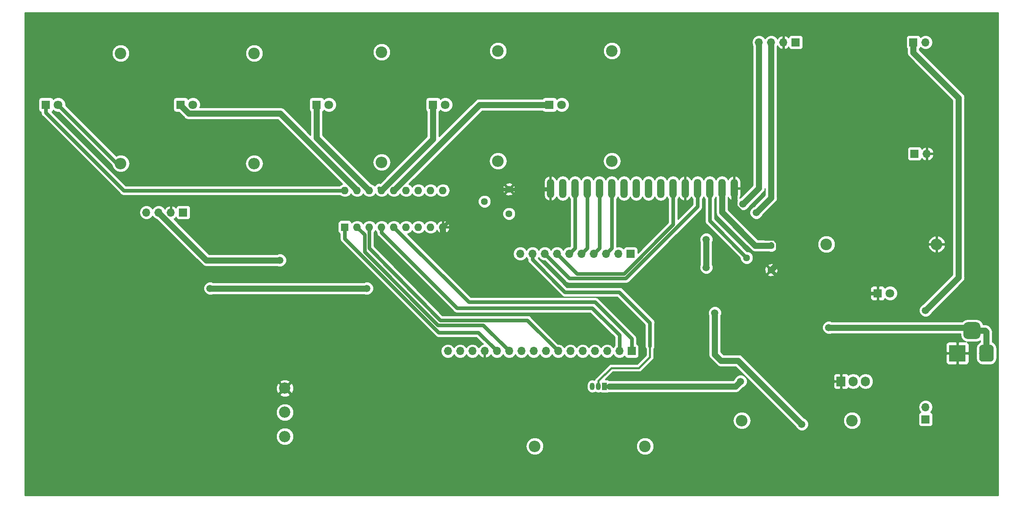
<source format=gbr>
G04 #@! TF.GenerationSoftware,KiCad,Pcbnew,(5.0.1)-3*
G04 #@! TF.CreationDate,2019-10-26T20:53:38-04:00*
G04 #@! TF.ProjectId,PCB,5043422E6B696361645F706362000000,rev?*
G04 #@! TF.SameCoordinates,Original*
G04 #@! TF.FileFunction,Copper,L2,Bot,Signal*
G04 #@! TF.FilePolarity,Positive*
%FSLAX46Y46*%
G04 Gerber Fmt 4.6, Leading zero omitted, Abs format (unit mm)*
G04 Created by KiCad (PCBNEW (5.0.1)-3) date 10/26/2019 8:53:38 PM*
%MOMM*%
%LPD*%
G01*
G04 APERTURE LIST*
G04 #@! TA.AperFunction,ComponentPad*
%ADD10C,2.340000*%
G04 #@! TD*
G04 #@! TA.AperFunction,ComponentPad*
%ADD11C,1.440000*%
G04 #@! TD*
G04 #@! TA.AperFunction,ComponentPad*
%ADD12R,1.800000X1.800000*%
G04 #@! TD*
G04 #@! TA.AperFunction,ComponentPad*
%ADD13C,1.800000*%
G04 #@! TD*
G04 #@! TA.AperFunction,ComponentPad*
%ADD14R,1.700000X1.700000*%
G04 #@! TD*
G04 #@! TA.AperFunction,ComponentPad*
%ADD15O,1.700000X1.700000*%
G04 #@! TD*
G04 #@! TA.AperFunction,ComponentPad*
%ADD16O,1.501140X4.000500*%
G04 #@! TD*
G04 #@! TA.AperFunction,ComponentPad*
%ADD17R,1.600000X1.600000*%
G04 #@! TD*
G04 #@! TA.AperFunction,ComponentPad*
%ADD18O,1.600000X1.600000*%
G04 #@! TD*
G04 #@! TA.AperFunction,ComponentPad*
%ADD19R,1.905000X2.000000*%
G04 #@! TD*
G04 #@! TA.AperFunction,ComponentPad*
%ADD20O,1.905000X2.000000*%
G04 #@! TD*
G04 #@! TA.AperFunction,ComponentPad*
%ADD21R,3.500000X3.500000*%
G04 #@! TD*
G04 #@! TA.AperFunction,Conductor*
%ADD22C,0.100000*%
G04 #@! TD*
G04 #@! TA.AperFunction,ComponentPad*
%ADD23C,3.000000*%
G04 #@! TD*
G04 #@! TA.AperFunction,ComponentPad*
%ADD24C,3.500000*%
G04 #@! TD*
G04 #@! TA.AperFunction,ComponentPad*
%ADD25R,1.050000X1.500000*%
G04 #@! TD*
G04 #@! TA.AperFunction,ComponentPad*
%ADD26O,1.050000X1.500000*%
G04 #@! TD*
G04 #@! TA.AperFunction,ComponentPad*
%ADD27C,2.400000*%
G04 #@! TD*
G04 #@! TA.AperFunction,ComponentPad*
%ADD28O,2.400000X2.400000*%
G04 #@! TD*
G04 #@! TA.AperFunction,ViaPad*
%ADD29C,1.500000*%
G04 #@! TD*
G04 #@! TA.AperFunction,Conductor*
%ADD30C,0.762000*%
G04 #@! TD*
G04 #@! TA.AperFunction,Conductor*
%ADD31C,1.270000*%
G04 #@! TD*
G04 #@! TA.AperFunction,Conductor*
%ADD32C,0.381000*%
G04 #@! TD*
G04 #@! TA.AperFunction,Conductor*
%ADD33C,0.254000*%
G04 #@! TD*
G04 APERTURE END LIST*
D10*
G04 #@! TO.P,RV2,3*
G04 #@! TO.N,GND*
X72390000Y-96426000D03*
G04 #@! TO.P,RV2,2*
G04 #@! TO.N,/GPI35*
X72390000Y-101426000D03*
G04 #@! TO.P,RV2,1*
G04 #@! TO.N,3.3V*
X72390000Y-106426000D03*
G04 #@! TD*
D11*
G04 #@! TO.P,RV3,3*
G04 #@! TO.N,GND*
X173228000Y-71882000D03*
G04 #@! TO.P,RV3,2*
G04 #@! TO.N,Net-(RV3-Pad2)*
X168148000Y-69342000D03*
G04 #@! TO.P,RV3,1*
G04 #@! TO.N,3.3V*
X173228000Y-66802000D03*
G04 #@! TD*
D12*
G04 #@! TO.P,D2,1*
G04 #@! TO.N,Net-(D2-Pad1)*
X50800000Y-37592000D03*
D13*
G04 #@! TO.P,D2,2*
G04 #@! TO.N,Net-(D2-Pad2)*
X53340000Y-37592000D03*
G04 #@! TD*
D14*
G04 #@! TO.P,J3,1*
G04 #@! TO.N,/GPIO21*
X144290000Y-88700000D03*
D15*
G04 #@! TO.P,J3,2*
G04 #@! TO.N,/GPIO17*
X141750000Y-88700000D03*
G04 #@! TO.P,J3,3*
G04 #@! TO.N,/RX*
X139210000Y-88700000D03*
G04 #@! TO.P,J3,4*
G04 #@! TO.N,Net-(J3-Pad4)*
X136670000Y-88700000D03*
G04 #@! TO.P,J3,5*
G04 #@! TO.N,Net-(J3-Pad5)*
X134130000Y-88700000D03*
G04 #@! TO.P,J3,6*
G04 #@! TO.N,Net-(J3-Pad6)*
X131590000Y-88700000D03*
G04 #@! TO.P,J3,7*
G04 #@! TO.N,/GPIO36*
X129050000Y-88700000D03*
G04 #@! TO.P,J3,8*
G04 #@! TO.N,/GPI35*
X126510000Y-88700000D03*
G04 #@! TO.P,J3,9*
G04 #@! TO.N,/GPI39*
X123970000Y-88700000D03*
G04 #@! TO.P,J3,10*
G04 #@! TO.N,/GPI34*
X121430000Y-88700000D03*
G04 #@! TO.P,J3,11*
G04 #@! TO.N,/GPIO25*
X118890000Y-88700000D03*
G04 #@! TO.P,J3,12*
G04 #@! TO.N,/GPIO26*
X116350000Y-88700000D03*
G04 #@! TO.P,J3,13*
G04 #@! TO.N,GND*
X113810000Y-88700000D03*
G04 #@! TO.P,J3,14*
G04 #@! TO.N,Net-(J3-Pad14)*
X111270000Y-88700000D03*
G04 #@! TO.P,J3,15*
G04 #@! TO.N,Net-(J3-Pad15)*
X108730000Y-88700000D03*
G04 #@! TO.P,J3,16*
G04 #@! TO.N,/RST*
X106190000Y-88700000D03*
G04 #@! TD*
D16*
G04 #@! TO.P,U1,16*
G04 #@! TO.N,GND*
X127459160Y-54949420D03*
G04 #@! TO.P,U1,15*
G04 #@! TO.N,Net-(RV1-Pad2)*
X129999160Y-54949420D03*
G04 #@! TO.P,U1,14*
G04 #@! TO.N,/GPIO33*
X132539160Y-54949420D03*
G04 #@! TO.P,U1,13*
G04 #@! TO.N,/GPIO15*
X135079160Y-54949420D03*
G04 #@! TO.P,U1,12*
G04 #@! TO.N,/GPIO32*
X137619160Y-54949420D03*
G04 #@! TO.P,U1,11*
G04 #@! TO.N,/GPIO14*
X140159160Y-54949420D03*
G04 #@! TO.P,U1,10*
G04 #@! TO.N,Net-(U1-Pad10)*
X142699160Y-54949420D03*
G04 #@! TO.P,U1,9*
G04 #@! TO.N,Net-(U1-Pad9)*
X145239160Y-54949420D03*
G04 #@! TO.P,U1,8*
G04 #@! TO.N,Net-(U1-Pad8)*
X147779160Y-54949420D03*
G04 #@! TO.P,U1,7*
G04 #@! TO.N,Net-(U1-Pad7)*
X150319160Y-54949420D03*
G04 #@! TO.P,U1,6*
G04 #@! TO.N,/GPIO27*
X152859160Y-54949420D03*
G04 #@! TO.P,U1,5*
G04 #@! TO.N,GND*
X155399160Y-54949420D03*
G04 #@! TO.P,U1,4*
G04 #@! TO.N,/GPIO12*
X157939160Y-54949420D03*
G04 #@! TO.P,U1,3*
G04 #@! TO.N,Net-(RV3-Pad2)*
X160479160Y-54949420D03*
G04 #@! TO.P,U1,2*
G04 #@! TO.N,3.3V*
X163019160Y-54949420D03*
G04 #@! TO.P,U1,1*
G04 #@! TO.N,GND*
X165559160Y-54949420D03*
G04 #@! TD*
D12*
G04 #@! TO.P,D1,1*
G04 #@! TO.N,Net-(D1-Pad1)*
X22860000Y-37592000D03*
D13*
G04 #@! TO.P,D1,2*
G04 #@! TO.N,Net-(D1-Pad2)*
X25400000Y-37592000D03*
G04 #@! TD*
G04 #@! TO.P,D3,2*
G04 #@! TO.N,Net-(D3-Pad2)*
X81534000Y-37592000D03*
D12*
G04 #@! TO.P,D3,1*
G04 #@! TO.N,Net-(D3-Pad1)*
X78994000Y-37592000D03*
G04 #@! TD*
G04 #@! TO.P,D4,1*
G04 #@! TO.N,Net-(D4-Pad1)*
X103124000Y-37592000D03*
D13*
G04 #@! TO.P,D4,2*
G04 #@! TO.N,Net-(D4-Pad2)*
X105664000Y-37592000D03*
G04 #@! TD*
G04 #@! TO.P,D5,2*
G04 #@! TO.N,Net-(D5-Pad2)*
X129794000Y-37592000D03*
D12*
G04 #@! TO.P,D5,1*
G04 #@! TO.N,Net-(D5-Pad1)*
X127254000Y-37592000D03*
G04 #@! TD*
D14*
G04 #@! TO.P,J2,1*
G04 #@! TO.N,3.3V*
X178308000Y-24638000D03*
D15*
G04 #@! TO.P,J2,2*
G04 #@! TO.N,GND*
X175768000Y-24638000D03*
G04 #@! TO.P,J2,3*
G04 #@! TO.N,/SDA*
X173228000Y-24638000D03*
G04 #@! TO.P,J2,4*
G04 #@! TO.N,/SCL*
X170688000Y-24638000D03*
G04 #@! TD*
D14*
G04 #@! TO.P,J4,1*
G04 #@! TO.N,3.3V*
X51308000Y-59944000D03*
D15*
G04 #@! TO.P,J4,2*
G04 #@! TO.N,GND*
X48768000Y-59944000D03*
G04 #@! TO.P,J4,3*
G04 #@! TO.N,/SDA*
X46228000Y-59944000D03*
G04 #@! TO.P,J4,4*
G04 #@! TO.N,/SCL*
X43688000Y-59944000D03*
G04 #@! TD*
D14*
G04 #@! TO.P,J5,1*
G04 #@! TO.N,/SDA*
X144060000Y-68520000D03*
D15*
G04 #@! TO.P,J5,2*
G04 #@! TO.N,/SCL*
X141520000Y-68520000D03*
G04 #@! TO.P,J5,3*
G04 #@! TO.N,/GPIO14*
X138980000Y-68520000D03*
G04 #@! TO.P,J5,4*
G04 #@! TO.N,/GPIO32*
X136440000Y-68520000D03*
G04 #@! TO.P,J5,5*
G04 #@! TO.N,/GPIO15*
X133900000Y-68520000D03*
G04 #@! TO.P,J5,6*
G04 #@! TO.N,/GPIO33*
X131360000Y-68520000D03*
G04 #@! TO.P,J5,7*
G04 #@! TO.N,/GPIO27*
X128820000Y-68520000D03*
G04 #@! TO.P,J5,8*
G04 #@! TO.N,/GPIO12*
X126280000Y-68520000D03*
G04 #@! TO.P,J5,9*
G04 #@! TO.N,/GPIO13*
X123740000Y-68520000D03*
G04 #@! TO.P,J5,10*
G04 #@! TO.N,5V*
X121200000Y-68520000D03*
G04 #@! TD*
D17*
G04 #@! TO.P,U2,1*
G04 #@! TO.N,/GPIO26*
X84836000Y-62992000D03*
D18*
G04 #@! TO.P,U2,10*
G04 #@! TO.N,Net-(U2-Pad10)*
X105156000Y-55372000D03*
G04 #@! TO.P,U2,2*
G04 #@! TO.N,/GPIO25*
X87376000Y-62992000D03*
G04 #@! TO.P,U2,11*
G04 #@! TO.N,Net-(U2-Pad11)*
X102616000Y-55372000D03*
G04 #@! TO.P,U2,3*
G04 #@! TO.N,/GPIO36*
X89916000Y-62992000D03*
G04 #@! TO.P,U2,12*
G04 #@! TO.N,Net-(U2-Pad12)*
X100076000Y-55372000D03*
G04 #@! TO.P,U2,4*
G04 #@! TO.N,/GPIO17*
X92456000Y-62992000D03*
G04 #@! TO.P,U2,13*
G04 #@! TO.N,Net-(U2-Pad13)*
X97536000Y-55372000D03*
G04 #@! TO.P,U2,5*
G04 #@! TO.N,/GPIO21*
X94996000Y-62992000D03*
G04 #@! TO.P,U2,14*
G04 #@! TO.N,Net-(D5-Pad1)*
X94996000Y-55372000D03*
G04 #@! TO.P,U2,6*
G04 #@! TO.N,Net-(U2-Pad6)*
X97536000Y-62992000D03*
G04 #@! TO.P,U2,15*
G04 #@! TO.N,Net-(D4-Pad1)*
X92456000Y-55372000D03*
G04 #@! TO.P,U2,7*
G04 #@! TO.N,Net-(U2-Pad7)*
X100076000Y-62992000D03*
G04 #@! TO.P,U2,16*
G04 #@! TO.N,Net-(D3-Pad1)*
X89916000Y-55372000D03*
G04 #@! TO.P,U2,8*
G04 #@! TO.N,Net-(U2-Pad8)*
X102616000Y-62992000D03*
G04 #@! TO.P,U2,17*
G04 #@! TO.N,Net-(D2-Pad1)*
X87376000Y-55372000D03*
G04 #@! TO.P,U2,9*
G04 #@! TO.N,GND*
X105156000Y-62992000D03*
G04 #@! TO.P,U2,18*
G04 #@! TO.N,Net-(D1-Pad1)*
X84836000Y-55372000D03*
G04 #@! TD*
D11*
G04 #@! TO.P,RV1,3*
G04 #@! TO.N,3.3V*
X118872000Y-60198000D03*
G04 #@! TO.P,RV1,2*
G04 #@! TO.N,Net-(RV1-Pad2)*
X113792000Y-57658000D03*
G04 #@! TO.P,RV1,1*
G04 #@! TO.N,GND*
X118872000Y-55118000D03*
G04 #@! TD*
D19*
G04 #@! TO.P,U3,1*
G04 #@! TO.N,GND*
X187706000Y-94996000D03*
D20*
G04 #@! TO.P,U3,2*
G04 #@! TO.N,3.3V*
X190246000Y-94996000D03*
G04 #@! TO.P,U3,3*
G04 #@! TO.N,/9V_OUT*
X192786000Y-94996000D03*
G04 #@! TD*
D15*
G04 #@! TO.P,J6,2*
G04 #@! TO.N,/GPI34*
X205232000Y-24638000D03*
D14*
G04 #@! TO.P,J6,1*
G04 #@! TO.N,3.3V*
X202692000Y-24638000D03*
G04 #@! TD*
G04 #@! TO.P,J7,1*
G04 #@! TO.N,5V*
X205232000Y-102870000D03*
D15*
G04 #@! TO.P,J7,2*
G04 #@! TO.N,/9V_OUT*
X205232000Y-100330000D03*
G04 #@! TD*
D21*
G04 #@! TO.P,J1,1*
G04 #@! TO.N,GND*
X211836000Y-89154000D03*
D22*
G04 #@! TD*
G04 #@! TO.N,9V*
G04 #@! TO.C,J1*
G36*
X218659513Y-87407611D02*
X218732318Y-87418411D01*
X218803714Y-87436295D01*
X218873013Y-87461090D01*
X218939548Y-87492559D01*
X219002678Y-87530398D01*
X219061795Y-87574242D01*
X219116330Y-87623670D01*
X219165758Y-87678205D01*
X219209602Y-87737322D01*
X219247441Y-87800452D01*
X219278910Y-87866987D01*
X219303705Y-87936286D01*
X219321589Y-88007682D01*
X219332389Y-88080487D01*
X219336000Y-88154000D01*
X219336000Y-90154000D01*
X219332389Y-90227513D01*
X219321589Y-90300318D01*
X219303705Y-90371714D01*
X219278910Y-90441013D01*
X219247441Y-90507548D01*
X219209602Y-90570678D01*
X219165758Y-90629795D01*
X219116330Y-90684330D01*
X219061795Y-90733758D01*
X219002678Y-90777602D01*
X218939548Y-90815441D01*
X218873013Y-90846910D01*
X218803714Y-90871705D01*
X218732318Y-90889589D01*
X218659513Y-90900389D01*
X218586000Y-90904000D01*
X217086000Y-90904000D01*
X217012487Y-90900389D01*
X216939682Y-90889589D01*
X216868286Y-90871705D01*
X216798987Y-90846910D01*
X216732452Y-90815441D01*
X216669322Y-90777602D01*
X216610205Y-90733758D01*
X216555670Y-90684330D01*
X216506242Y-90629795D01*
X216462398Y-90570678D01*
X216424559Y-90507548D01*
X216393090Y-90441013D01*
X216368295Y-90371714D01*
X216350411Y-90300318D01*
X216339611Y-90227513D01*
X216336000Y-90154000D01*
X216336000Y-88154000D01*
X216339611Y-88080487D01*
X216350411Y-88007682D01*
X216368295Y-87936286D01*
X216393090Y-87866987D01*
X216424559Y-87800452D01*
X216462398Y-87737322D01*
X216506242Y-87678205D01*
X216555670Y-87623670D01*
X216610205Y-87574242D01*
X216669322Y-87530398D01*
X216732452Y-87492559D01*
X216798987Y-87461090D01*
X216868286Y-87436295D01*
X216939682Y-87418411D01*
X217012487Y-87407611D01*
X217086000Y-87404000D01*
X218586000Y-87404000D01*
X218659513Y-87407611D01*
X218659513Y-87407611D01*
G37*
D23*
G04 #@! TO.P,J1,2*
G04 #@! TO.N,9V*
X217836000Y-89154000D03*
D22*
G04 #@! TD*
G04 #@! TO.N,9V*
G04 #@! TO.C,J1*
G36*
X215796765Y-82708213D02*
X215881704Y-82720813D01*
X215964999Y-82741677D01*
X216045848Y-82770605D01*
X216123472Y-82807319D01*
X216197124Y-82851464D01*
X216266094Y-82902616D01*
X216329718Y-82960282D01*
X216387384Y-83023906D01*
X216438536Y-83092876D01*
X216482681Y-83166528D01*
X216519395Y-83244152D01*
X216548323Y-83325001D01*
X216569187Y-83408296D01*
X216581787Y-83493235D01*
X216586000Y-83579000D01*
X216586000Y-85329000D01*
X216581787Y-85414765D01*
X216569187Y-85499704D01*
X216548323Y-85582999D01*
X216519395Y-85663848D01*
X216482681Y-85741472D01*
X216438536Y-85815124D01*
X216387384Y-85884094D01*
X216329718Y-85947718D01*
X216266094Y-86005384D01*
X216197124Y-86056536D01*
X216123472Y-86100681D01*
X216045848Y-86137395D01*
X215964999Y-86166323D01*
X215881704Y-86187187D01*
X215796765Y-86199787D01*
X215711000Y-86204000D01*
X213961000Y-86204000D01*
X213875235Y-86199787D01*
X213790296Y-86187187D01*
X213707001Y-86166323D01*
X213626152Y-86137395D01*
X213548528Y-86100681D01*
X213474876Y-86056536D01*
X213405906Y-86005384D01*
X213342282Y-85947718D01*
X213284616Y-85884094D01*
X213233464Y-85815124D01*
X213189319Y-85741472D01*
X213152605Y-85663848D01*
X213123677Y-85582999D01*
X213102813Y-85499704D01*
X213090213Y-85414765D01*
X213086000Y-85329000D01*
X213086000Y-83579000D01*
X213090213Y-83493235D01*
X213102813Y-83408296D01*
X213123677Y-83325001D01*
X213152605Y-83244152D01*
X213189319Y-83166528D01*
X213233464Y-83092876D01*
X213284616Y-83023906D01*
X213342282Y-82960282D01*
X213405906Y-82902616D01*
X213474876Y-82851464D01*
X213548528Y-82807319D01*
X213626152Y-82770605D01*
X213707001Y-82741677D01*
X213790296Y-82720813D01*
X213875235Y-82708213D01*
X213961000Y-82704000D01*
X215711000Y-82704000D01*
X215796765Y-82708213D01*
X215796765Y-82708213D01*
G37*
D24*
G04 #@! TO.P,J1,3*
G04 #@! TO.N,9V*
X214836000Y-84454000D03*
G04 #@! TD*
D12*
G04 #@! TO.P,D6,1*
G04 #@! TO.N,GND*
X195326000Y-76708000D03*
D13*
G04 #@! TO.P,D6,2*
G04 #@! TO.N,Net-(D6-Pad2)*
X197866000Y-76708000D03*
G04 #@! TD*
D14*
G04 #@! TO.P,J8,1*
G04 #@! TO.N,Net-(J8-Pad1)*
X202946000Y-47752000D03*
D15*
G04 #@! TO.P,J8,2*
G04 #@! TO.N,GND*
X205486000Y-47752000D03*
G04 #@! TD*
D25*
G04 #@! TO.P,Q1,1*
G04 #@! TO.N,9V*
X138684000Y-96012000D03*
D26*
G04 #@! TO.P,Q1,3*
G04 #@! TO.N,Net-(Q1-Pad3)*
X136144000Y-96012000D03*
G04 #@! TO.P,Q1,2*
G04 #@! TO.N,/GPIO13*
X137414000Y-96012000D03*
G04 #@! TD*
D27*
G04 #@! TO.P,R1,1*
G04 #@! TO.N,3.3V*
X38354000Y-26924000D03*
D28*
G04 #@! TO.P,R1,2*
G04 #@! TO.N,Net-(D1-Pad2)*
X38354000Y-49784000D03*
G04 #@! TD*
G04 #@! TO.P,R2,2*
G04 #@! TO.N,Net-(D2-Pad2)*
X66040000Y-49784000D03*
D27*
G04 #@! TO.P,R2,1*
G04 #@! TO.N,3.3V*
X66040000Y-26924000D03*
G04 #@! TD*
D28*
G04 #@! TO.P,R3,2*
G04 #@! TO.N,Net-(D3-Pad2)*
X92456000Y-49530000D03*
D27*
G04 #@! TO.P,R3,1*
G04 #@! TO.N,3.3V*
X92456000Y-26670000D03*
G04 #@! TD*
D28*
G04 #@! TO.P,R4,2*
G04 #@! TO.N,Net-(D4-Pad2)*
X116586000Y-49276000D03*
D27*
G04 #@! TO.P,R4,1*
G04 #@! TO.N,3.3V*
X116586000Y-26416000D03*
G04 #@! TD*
G04 #@! TO.P,R5,1*
G04 #@! TO.N,3.3V*
X140208000Y-26416000D03*
D28*
G04 #@! TO.P,R5,2*
G04 #@! TO.N,Net-(D5-Pad2)*
X140208000Y-49276000D03*
G04 #@! TD*
D27*
G04 #@! TO.P,R6,1*
G04 #@! TO.N,/GPI34*
X184658000Y-66548000D03*
D28*
G04 #@! TO.P,R6,2*
G04 #@! TO.N,GND*
X207518000Y-66548000D03*
G04 #@! TD*
G04 #@! TO.P,R7,2*
G04 #@! TO.N,Net-(D6-Pad2)*
X167132000Y-103124000D03*
D27*
G04 #@! TO.P,R7,1*
G04 #@! TO.N,3.3V*
X189992000Y-103124000D03*
G04 #@! TD*
G04 #@! TO.P,R8,1*
G04 #@! TO.N,Net-(J8-Pad1)*
X147057000Y-108458000D03*
D28*
G04 #@! TO.P,R8,2*
G04 #@! TO.N,Net-(Q1-Pad3)*
X124197000Y-108458000D03*
G04 #@! TD*
D29*
G04 #@! TO.N,GND*
X114808000Y-76200000D03*
X184404000Y-100076000D03*
X147066000Y-60960000D03*
X133350000Y-85852000D03*
G04 #@! TO.N,5V*
X179578000Y-103886000D03*
X161544000Y-80772000D03*
G04 #@! TO.N,/SCL*
X56896000Y-75692000D03*
X89408000Y-75692000D03*
X159766000Y-71374000D03*
X159766000Y-65532000D03*
X167386000Y-58166000D03*
G04 #@! TO.N,/SDA*
X71374000Y-69850000D03*
X170128114Y-59995886D03*
G04 #@! TO.N,3.3V*
X205232000Y-80264000D03*
G04 #@! TO.N,9V*
X166878000Y-94996000D03*
X185166000Y-83820000D03*
G04 #@! TD*
D30*
G04 #@! TO.N,Net-(D1-Pad1)*
X22860000Y-39254000D02*
X22860000Y-37592000D01*
X38978000Y-55372000D02*
X22860000Y-39254000D01*
X84836000Y-55372000D02*
X38978000Y-55372000D01*
G04 #@! TO.N,Net-(D1-Pad2)*
X37592000Y-49784000D02*
X38354000Y-49784000D01*
X25400000Y-37592000D02*
X37592000Y-49784000D01*
D31*
G04 #@! TO.N,Net-(D2-Pad1)*
X86576001Y-54572001D02*
X87376000Y-55372000D01*
X71407201Y-39403201D02*
X86576001Y-54572001D01*
X52470623Y-39403201D02*
X71407201Y-39403201D01*
X50800000Y-37732578D02*
X52470623Y-39403201D01*
X50800000Y-37592000D02*
X50800000Y-37732578D01*
G04 #@! TO.N,Net-(D3-Pad1)*
X78994000Y-44450000D02*
X89916000Y-55372000D01*
X78994000Y-37592000D02*
X78994000Y-44450000D01*
D30*
G04 #@! TO.N,Net-(D4-Pad1)*
X91948000Y-54864000D02*
X92456000Y-55372000D01*
D31*
X103124000Y-44704000D02*
X92456000Y-55372000D01*
X103124000Y-37592000D02*
X103124000Y-44704000D01*
G04 #@! TO.N,Net-(D5-Pad1)*
X112776000Y-37592000D02*
X94996000Y-55372000D01*
X127254000Y-37592000D02*
X112776000Y-37592000D01*
D30*
G04 #@! TO.N,GND*
X178054000Y-76708000D02*
X187452000Y-76708000D01*
X173228000Y-71882000D02*
X178054000Y-76708000D01*
X187452000Y-76708000D02*
X195326000Y-76708000D01*
G04 #@! TO.N,/GPIO21*
X144290000Y-87088000D02*
X144290000Y-88700000D01*
G04 #@! TO.N,/GPIO36*
X122646000Y-82296000D02*
X129050000Y-88700000D01*
X104624854Y-82296000D02*
X122646000Y-82296000D01*
X89916000Y-62992000D02*
X89916000Y-67310000D01*
X89916000Y-67310000D02*
X104624854Y-82296000D01*
G04 #@! TO.N,/GPIO14*
X140159160Y-67340840D02*
X138980000Y-68520000D01*
X140159160Y-54949420D02*
X140159160Y-67340840D01*
G04 #@! TO.N,/GPIO32*
X137619160Y-67340840D02*
X136440000Y-68520000D01*
X137619160Y-54949420D02*
X137619160Y-67340840D01*
G04 #@! TO.N,/GPIO15*
X135079160Y-67340840D02*
X133900000Y-68520000D01*
X135079160Y-54949420D02*
X135079160Y-67340840D01*
G04 #@! TO.N,/GPIO33*
X132539160Y-67340840D02*
X131360000Y-68520000D01*
X132539160Y-54949420D02*
X132539160Y-67340840D01*
G04 #@! TO.N,/GPIO27*
X152859160Y-57711670D02*
X152859160Y-54949420D01*
X152859160Y-62466642D02*
X152859160Y-57711670D01*
X142681802Y-72644000D02*
X152859160Y-62466642D01*
X132944000Y-72644000D02*
X142681802Y-72644000D01*
X128820000Y-68520000D02*
X132944000Y-72644000D01*
G04 #@! TO.N,/GPIO13*
X123740000Y-69722081D02*
X130471919Y-76454000D01*
X123740000Y-68520000D02*
X123740000Y-69722081D01*
X130471919Y-76454000D02*
X141732000Y-76454000D01*
X141732000Y-76454000D02*
X148082000Y-82804000D01*
X148082000Y-82804000D02*
X148082000Y-87653802D01*
G04 #@! TO.N,3.3V*
X173228000Y-66407940D02*
X173228000Y-66802000D01*
X163019160Y-54949420D02*
X163019160Y-56199100D01*
G04 #@! TO.N,GND*
X127290580Y-55118000D02*
X127459160Y-54949420D01*
X118872000Y-55118000D02*
X127290580Y-55118000D01*
X113030000Y-55118000D02*
X105156000Y-62992000D01*
X118872000Y-55118000D02*
X113030000Y-55118000D01*
D31*
X105156000Y-64123370D02*
X115316000Y-74283370D01*
X105156000Y-62992000D02*
X105156000Y-64123370D01*
X174808401Y-70301599D02*
X173947999Y-71162001D01*
X173947999Y-71162001D02*
X173228000Y-71882000D01*
X174808401Y-66043407D02*
X174808401Y-70301599D01*
X173931524Y-65166530D02*
X174808401Y-66043407D01*
X172003136Y-65166530D02*
X173931524Y-65166530D01*
X165559160Y-58722554D02*
X172003136Y-65166530D01*
X165559160Y-54949420D02*
X165559160Y-58722554D01*
G04 #@! TO.N,5V*
X179578000Y-103886000D02*
X166370000Y-90678000D01*
X166370000Y-90678000D02*
X162814000Y-90678000D01*
X161544000Y-89408000D02*
X162814000Y-90678000D01*
X161544000Y-80772000D02*
X161544000Y-89408000D01*
G04 #@! TO.N,/SCL*
X56896000Y-75692000D02*
X89408000Y-75692000D01*
X159766000Y-71374000D02*
X159766000Y-70313340D01*
X159766000Y-70313340D02*
X159766000Y-65532000D01*
X170688000Y-54864000D02*
X170688000Y-24638000D01*
X167386000Y-58166000D02*
X170688000Y-54864000D01*
G04 #@! TO.N,/SDA*
X173228000Y-24638000D02*
X173228000Y-35814000D01*
X46228000Y-59944000D02*
X56134000Y-69850000D01*
X56134000Y-69850000D02*
X71374000Y-69850000D01*
X173228000Y-35814000D02*
X173228000Y-56896000D01*
X173228000Y-56896000D02*
X170128114Y-59995886D01*
D30*
G04 #@! TO.N,/GPIO21*
X110555221Y-78551221D02*
X136717221Y-78551221D01*
X94996000Y-62992000D02*
X110555221Y-78551221D01*
X144290000Y-86124000D02*
X144290000Y-87088000D01*
X136717221Y-78551221D02*
X144290000Y-86124000D01*
G04 #@! TO.N,/GPIO25*
X88949770Y-68121770D02*
X104140000Y-83312000D01*
X87376000Y-62992000D02*
X88949770Y-64565770D01*
X88949770Y-64565770D02*
X88949770Y-68121770D01*
X113502000Y-83312000D02*
X118890000Y-88700000D01*
X104140000Y-83312000D02*
X113502000Y-83312000D01*
G04 #@! TO.N,/GPIO26*
X84836000Y-65374454D02*
X104297546Y-84836000D01*
X84836000Y-62992000D02*
X84836000Y-65374454D01*
X112486000Y-84836000D02*
X116350000Y-88700000D01*
X104297546Y-84836000D02*
X112486000Y-84836000D01*
G04 #@! TO.N,/GPIO12*
X127129999Y-69369999D02*
X126280000Y-68520000D01*
X131370230Y-73610230D02*
X127129999Y-69369999D01*
X143082027Y-73610230D02*
X131370230Y-73610230D01*
X157939160Y-58753096D02*
X143082027Y-73610230D01*
X157939160Y-54949420D02*
X157939160Y-58753096D01*
D32*
G04 #@! TO.N,/GPIO13*
X137414000Y-94881000D02*
X140093000Y-92202000D01*
X137414000Y-96012000D02*
X137414000Y-94881000D01*
X140093000Y-92202000D02*
X145796000Y-92202000D01*
X148082000Y-89916000D02*
X148082000Y-87653802D01*
X145796000Y-92202000D02*
X148082000Y-89916000D01*
D31*
G04 #@! TO.N,3.3V*
X163019160Y-54949420D02*
X163019160Y-59895160D01*
X169926000Y-66802000D02*
X173228000Y-66802000D01*
X163019160Y-59895160D02*
X169926000Y-66802000D01*
X202692000Y-26758000D02*
X212090000Y-36156000D01*
X202692000Y-24638000D02*
X202692000Y-26758000D01*
X212090000Y-36156000D02*
X212090000Y-73406000D01*
X212090000Y-73406000D02*
X205232000Y-80264000D01*
D30*
G04 #@! TO.N,Net-(RV3-Pad2)*
X160479160Y-61673160D02*
X168148000Y-69342000D01*
X160479160Y-54949420D02*
X160479160Y-61673160D01*
D31*
G04 #@! TO.N,9V*
X214836000Y-84454000D02*
X217550000Y-84454000D01*
X217836000Y-84740000D02*
X217836000Y-89154000D01*
X217550000Y-84454000D02*
X217836000Y-84740000D01*
D32*
X138684000Y-96012000D02*
X139700000Y-96012000D01*
D31*
X165862000Y-96012000D02*
X166878000Y-94996000D01*
X139700000Y-96012000D02*
X165862000Y-96012000D01*
X214202000Y-83820000D02*
X214836000Y-84454000D01*
X185166000Y-83820000D02*
X214202000Y-83820000D01*
D30*
G04 #@! TO.N,/GPIO17*
X92456000Y-64123370D02*
X108088630Y-79756000D01*
X92456000Y-62992000D02*
X92456000Y-64123370D01*
X108088630Y-79756000D02*
X136144000Y-79756000D01*
X141750000Y-85362000D02*
X141750000Y-88700000D01*
X136144000Y-79756000D02*
X141750000Y-85362000D01*
G04 #@! TD*
D33*
G04 #@! TO.N,GND*
G36*
X220245000Y-118645000D02*
X18515000Y-118645000D01*
X18515000Y-108458000D01*
X122326051Y-108458000D01*
X122468469Y-109173981D01*
X122874039Y-109780961D01*
X123481019Y-110186531D01*
X124016273Y-110293000D01*
X124377727Y-110293000D01*
X124912981Y-110186531D01*
X125519961Y-109780961D01*
X125925531Y-109173981D01*
X126067949Y-108458000D01*
X125995345Y-108092996D01*
X145222000Y-108092996D01*
X145222000Y-108823004D01*
X145501362Y-109497444D01*
X146017556Y-110013638D01*
X146691996Y-110293000D01*
X147422004Y-110293000D01*
X148096444Y-110013638D01*
X148612638Y-109497444D01*
X148892000Y-108823004D01*
X148892000Y-108092996D01*
X148612638Y-107418556D01*
X148096444Y-106902362D01*
X147422004Y-106623000D01*
X146691996Y-106623000D01*
X146017556Y-106902362D01*
X145501362Y-107418556D01*
X145222000Y-108092996D01*
X125995345Y-108092996D01*
X125925531Y-107742019D01*
X125519961Y-107135039D01*
X124912981Y-106729469D01*
X124377727Y-106623000D01*
X124016273Y-106623000D01*
X123481019Y-106729469D01*
X122874039Y-107135039D01*
X122468469Y-107742019D01*
X122326051Y-108458000D01*
X18515000Y-108458000D01*
X18515000Y-106066963D01*
X70585000Y-106066963D01*
X70585000Y-106785037D01*
X70859795Y-107448450D01*
X71367550Y-107956205D01*
X72030963Y-108231000D01*
X72749037Y-108231000D01*
X73412450Y-107956205D01*
X73920205Y-107448450D01*
X74195000Y-106785037D01*
X74195000Y-106066963D01*
X73920205Y-105403550D01*
X73412450Y-104895795D01*
X72749037Y-104621000D01*
X72030963Y-104621000D01*
X71367550Y-104895795D01*
X70859795Y-105403550D01*
X70585000Y-106066963D01*
X18515000Y-106066963D01*
X18515000Y-101066963D01*
X70585000Y-101066963D01*
X70585000Y-101785037D01*
X70859795Y-102448450D01*
X71367550Y-102956205D01*
X72030963Y-103231000D01*
X72749037Y-103231000D01*
X73007357Y-103124000D01*
X165261051Y-103124000D01*
X165403469Y-103839981D01*
X165809039Y-104446961D01*
X166416019Y-104852531D01*
X166951273Y-104959000D01*
X167312727Y-104959000D01*
X167847981Y-104852531D01*
X168454961Y-104446961D01*
X168860531Y-103839981D01*
X169002949Y-103124000D01*
X168860531Y-102408019D01*
X168454961Y-101801039D01*
X167847981Y-101395469D01*
X167312727Y-101289000D01*
X166951273Y-101289000D01*
X166416019Y-101395469D01*
X165809039Y-101801039D01*
X165403469Y-102408019D01*
X165261051Y-103124000D01*
X73007357Y-103124000D01*
X73412450Y-102956205D01*
X73920205Y-102448450D01*
X74195000Y-101785037D01*
X74195000Y-101066963D01*
X73920205Y-100403550D01*
X73412450Y-99895795D01*
X72749037Y-99621000D01*
X72030963Y-99621000D01*
X71367550Y-99895795D01*
X70859795Y-100403550D01*
X70585000Y-101066963D01*
X18515000Y-101066963D01*
X18515000Y-97701486D01*
X71294120Y-97701486D01*
X71413586Y-97985984D01*
X72084890Y-98240894D01*
X72802646Y-98219504D01*
X73366414Y-97985984D01*
X73485880Y-97701486D01*
X72390000Y-96605605D01*
X71294120Y-97701486D01*
X18515000Y-97701486D01*
X18515000Y-96120890D01*
X70575106Y-96120890D01*
X70596496Y-96838646D01*
X70830016Y-97402414D01*
X71114514Y-97521880D01*
X72210395Y-96426000D01*
X72569605Y-96426000D01*
X73665486Y-97521880D01*
X73949984Y-97402414D01*
X74204894Y-96731110D01*
X74183504Y-96013354D01*
X73949984Y-95449586D01*
X73665486Y-95330120D01*
X72569605Y-96426000D01*
X72210395Y-96426000D01*
X71114514Y-95330120D01*
X70830016Y-95449586D01*
X70575106Y-96120890D01*
X18515000Y-96120890D01*
X18515000Y-95150514D01*
X71294120Y-95150514D01*
X72390000Y-96246395D01*
X73485880Y-95150514D01*
X73366414Y-94866016D01*
X72695110Y-94611106D01*
X71977354Y-94632496D01*
X71413586Y-94866016D01*
X71294120Y-95150514D01*
X18515000Y-95150514D01*
X18515000Y-75416506D01*
X55511000Y-75416506D01*
X55511000Y-75967494D01*
X55721853Y-76476540D01*
X56111460Y-76866147D01*
X56620506Y-77077000D01*
X57171494Y-77077000D01*
X57449130Y-76962000D01*
X88854870Y-76962000D01*
X89132506Y-77077000D01*
X89683494Y-77077000D01*
X90192540Y-76866147D01*
X90582147Y-76476540D01*
X90793000Y-75967494D01*
X90793000Y-75416506D01*
X90582147Y-74907460D01*
X90192540Y-74517853D01*
X89683494Y-74307000D01*
X89132506Y-74307000D01*
X88854870Y-74422000D01*
X57449130Y-74422000D01*
X57171494Y-74307000D01*
X56620506Y-74307000D01*
X56111460Y-74517853D01*
X55721853Y-74907460D01*
X55511000Y-75416506D01*
X18515000Y-75416506D01*
X18515000Y-59944000D01*
X42173908Y-59944000D01*
X42289161Y-60523418D01*
X42617375Y-61014625D01*
X43108582Y-61342839D01*
X43541744Y-61429000D01*
X43834256Y-61429000D01*
X44267418Y-61342839D01*
X44758625Y-61014625D01*
X44958000Y-60716239D01*
X45157375Y-61014625D01*
X45648582Y-61342839D01*
X45876031Y-61388081D01*
X55147531Y-70659582D01*
X55218382Y-70765618D01*
X55638471Y-71046313D01*
X56008920Y-71120000D01*
X56008924Y-71120000D01*
X56134000Y-71144879D01*
X56259076Y-71120000D01*
X70820870Y-71120000D01*
X71098506Y-71235000D01*
X71649494Y-71235000D01*
X72158540Y-71024147D01*
X72548147Y-70634540D01*
X72759000Y-70125494D01*
X72759000Y-69574506D01*
X72548147Y-69065460D01*
X72158540Y-68675853D01*
X71649494Y-68465000D01*
X71098506Y-68465000D01*
X70820870Y-68580000D01*
X56660051Y-68580000D01*
X50272051Y-62192000D01*
X83388560Y-62192000D01*
X83388560Y-63792000D01*
X83437843Y-64039765D01*
X83578191Y-64249809D01*
X83788235Y-64390157D01*
X83820001Y-64396476D01*
X83820001Y-65274386D01*
X83800096Y-65374454D01*
X83878950Y-65770877D01*
X84026980Y-65992419D01*
X84103506Y-66106949D01*
X84188338Y-66163632D01*
X103508368Y-85483663D01*
X103565051Y-85568495D01*
X103695440Y-85655618D01*
X103901121Y-85793050D01*
X103901122Y-85793050D01*
X103901123Y-85793051D01*
X104197481Y-85852000D01*
X104297545Y-85871904D01*
X104397609Y-85852000D01*
X112065160Y-85852000D01*
X113492440Y-87279280D01*
X113453110Y-87258524D01*
X113043076Y-87428355D01*
X112614817Y-87818642D01*
X112553843Y-87948478D01*
X112340625Y-87629375D01*
X111849418Y-87301161D01*
X111416256Y-87215000D01*
X111123744Y-87215000D01*
X110690582Y-87301161D01*
X110199375Y-87629375D01*
X110000000Y-87927761D01*
X109800625Y-87629375D01*
X109309418Y-87301161D01*
X108876256Y-87215000D01*
X108583744Y-87215000D01*
X108150582Y-87301161D01*
X107659375Y-87629375D01*
X107460000Y-87927761D01*
X107260625Y-87629375D01*
X106769418Y-87301161D01*
X106336256Y-87215000D01*
X106043744Y-87215000D01*
X105610582Y-87301161D01*
X105119375Y-87629375D01*
X104791161Y-88120582D01*
X104675908Y-88700000D01*
X104791161Y-89279418D01*
X105119375Y-89770625D01*
X105610582Y-90098839D01*
X106043744Y-90185000D01*
X106336256Y-90185000D01*
X106769418Y-90098839D01*
X107260625Y-89770625D01*
X107460000Y-89472239D01*
X107659375Y-89770625D01*
X108150582Y-90098839D01*
X108583744Y-90185000D01*
X108876256Y-90185000D01*
X109309418Y-90098839D01*
X109800625Y-89770625D01*
X110000000Y-89472239D01*
X110199375Y-89770625D01*
X110690582Y-90098839D01*
X111123744Y-90185000D01*
X111416256Y-90185000D01*
X111849418Y-90098839D01*
X112340625Y-89770625D01*
X112553843Y-89451522D01*
X112614817Y-89581358D01*
X113043076Y-89971645D01*
X113453110Y-90141476D01*
X113683000Y-90020155D01*
X113683000Y-88827000D01*
X113663000Y-88827000D01*
X113663000Y-88573000D01*
X113683000Y-88573000D01*
X113683000Y-88553000D01*
X113937000Y-88553000D01*
X113937000Y-88573000D01*
X113957000Y-88573000D01*
X113957000Y-88827000D01*
X113937000Y-88827000D01*
X113937000Y-90020155D01*
X114166890Y-90141476D01*
X114576924Y-89971645D01*
X115005183Y-89581358D01*
X115066157Y-89451522D01*
X115279375Y-89770625D01*
X115770582Y-90098839D01*
X116203744Y-90185000D01*
X116496256Y-90185000D01*
X116929418Y-90098839D01*
X117420625Y-89770625D01*
X117620000Y-89472239D01*
X117819375Y-89770625D01*
X118310582Y-90098839D01*
X118743744Y-90185000D01*
X119036256Y-90185000D01*
X119469418Y-90098839D01*
X119960625Y-89770625D01*
X120160000Y-89472239D01*
X120359375Y-89770625D01*
X120850582Y-90098839D01*
X121283744Y-90185000D01*
X121576256Y-90185000D01*
X122009418Y-90098839D01*
X122500625Y-89770625D01*
X122700000Y-89472239D01*
X122899375Y-89770625D01*
X123390582Y-90098839D01*
X123823744Y-90185000D01*
X124116256Y-90185000D01*
X124549418Y-90098839D01*
X125040625Y-89770625D01*
X125240000Y-89472239D01*
X125439375Y-89770625D01*
X125930582Y-90098839D01*
X126363744Y-90185000D01*
X126656256Y-90185000D01*
X127089418Y-90098839D01*
X127580625Y-89770625D01*
X127780000Y-89472239D01*
X127979375Y-89770625D01*
X128470582Y-90098839D01*
X128903744Y-90185000D01*
X129196256Y-90185000D01*
X129629418Y-90098839D01*
X130120625Y-89770625D01*
X130320000Y-89472239D01*
X130519375Y-89770625D01*
X131010582Y-90098839D01*
X131443744Y-90185000D01*
X131736256Y-90185000D01*
X132169418Y-90098839D01*
X132660625Y-89770625D01*
X132860000Y-89472239D01*
X133059375Y-89770625D01*
X133550582Y-90098839D01*
X133983744Y-90185000D01*
X134276256Y-90185000D01*
X134709418Y-90098839D01*
X135200625Y-89770625D01*
X135400000Y-89472239D01*
X135599375Y-89770625D01*
X136090582Y-90098839D01*
X136523744Y-90185000D01*
X136816256Y-90185000D01*
X137249418Y-90098839D01*
X137740625Y-89770625D01*
X137940000Y-89472239D01*
X138139375Y-89770625D01*
X138630582Y-90098839D01*
X139063744Y-90185000D01*
X139356256Y-90185000D01*
X139789418Y-90098839D01*
X140280625Y-89770625D01*
X140480000Y-89472239D01*
X140679375Y-89770625D01*
X141170582Y-90098839D01*
X141603744Y-90185000D01*
X141896256Y-90185000D01*
X142329418Y-90098839D01*
X142820625Y-89770625D01*
X142832816Y-89752381D01*
X142841843Y-89797765D01*
X142982191Y-90007809D01*
X143192235Y-90148157D01*
X143440000Y-90197440D01*
X145140000Y-90197440D01*
X145387765Y-90148157D01*
X145597809Y-90007809D01*
X145738157Y-89797765D01*
X145787440Y-89550000D01*
X145787440Y-87850000D01*
X145738157Y-87602235D01*
X145597809Y-87392191D01*
X145387765Y-87251843D01*
X145306000Y-87235579D01*
X145306000Y-86224064D01*
X145325904Y-86124000D01*
X145306000Y-86023935D01*
X145247051Y-85727577D01*
X145022495Y-85391505D01*
X144937664Y-85334823D01*
X137506401Y-77903561D01*
X137449716Y-77818726D01*
X137113644Y-77594170D01*
X136817286Y-77535221D01*
X136817284Y-77535221D01*
X136717221Y-77515317D01*
X136617158Y-77535221D01*
X110976062Y-77535221D01*
X101960841Y-68520000D01*
X119685908Y-68520000D01*
X119801161Y-69099418D01*
X120129375Y-69590625D01*
X120620582Y-69918839D01*
X121053744Y-70005000D01*
X121346256Y-70005000D01*
X121779418Y-69918839D01*
X122270625Y-69590625D01*
X122470000Y-69292239D01*
X122669375Y-69590625D01*
X122723103Y-69626525D01*
X122704096Y-69722081D01*
X122762847Y-70017440D01*
X122782950Y-70118504D01*
X123007506Y-70454576D01*
X123092338Y-70511259D01*
X129682741Y-77101663D01*
X129739424Y-77186495D01*
X130075496Y-77411051D01*
X130371854Y-77470000D01*
X130371855Y-77470000D01*
X130471918Y-77489904D01*
X130571982Y-77470000D01*
X141311160Y-77470000D01*
X147066000Y-83224841D01*
X147066001Y-87753867D01*
X147124950Y-88050225D01*
X147256501Y-88247105D01*
X147256500Y-89574067D01*
X145454068Y-91376500D01*
X140174297Y-91376500D01*
X140092999Y-91360329D01*
X140011701Y-91376500D01*
X140011697Y-91376500D01*
X139770906Y-91424396D01*
X139497848Y-91606848D01*
X139451793Y-91675774D01*
X136887775Y-94239793D01*
X136818849Y-94285848D01*
X136772794Y-94354774D01*
X136636397Y-94558906D01*
X136607956Y-94701887D01*
X136596609Y-94694305D01*
X136144000Y-94604275D01*
X135691392Y-94694305D01*
X135307688Y-94950687D01*
X135051305Y-95334391D01*
X134984000Y-95672754D01*
X134984000Y-96351245D01*
X135051305Y-96689608D01*
X135307687Y-97073313D01*
X135691391Y-97329695D01*
X136144000Y-97419725D01*
X136596608Y-97329695D01*
X136779000Y-97207825D01*
X136961391Y-97329695D01*
X137414000Y-97419725D01*
X137865866Y-97329842D01*
X137911235Y-97360157D01*
X138159000Y-97409440D01*
X139209000Y-97409440D01*
X139456765Y-97360157D01*
X139574006Y-97281818D01*
X139574920Y-97282000D01*
X165736925Y-97282000D01*
X165862000Y-97306879D01*
X165987075Y-97282000D01*
X165987080Y-97282000D01*
X166357529Y-97208313D01*
X166777618Y-96927618D01*
X166848471Y-96821579D01*
X167384903Y-96285148D01*
X167662540Y-96170147D01*
X168052147Y-95780540D01*
X168263000Y-95271494D01*
X168263000Y-94720506D01*
X168052147Y-94211460D01*
X167662540Y-93821853D01*
X167153494Y-93611000D01*
X166602506Y-93611000D01*
X166093460Y-93821853D01*
X165703853Y-94211460D01*
X165588852Y-94489097D01*
X165335950Y-94742000D01*
X139574920Y-94742000D01*
X139574006Y-94742182D01*
X139456765Y-94663843D01*
X139209000Y-94614560D01*
X138847872Y-94614560D01*
X140434933Y-93027500D01*
X145714699Y-93027500D01*
X145796000Y-93043672D01*
X145877301Y-93027500D01*
X145877303Y-93027500D01*
X146118094Y-92979604D01*
X146391152Y-92797152D01*
X146437209Y-92728223D01*
X148608226Y-90557207D01*
X148677152Y-90511152D01*
X148859604Y-90238094D01*
X148907500Y-89997303D01*
X148907500Y-89997299D01*
X148923671Y-89916001D01*
X148907500Y-89834703D01*
X148907500Y-88247105D01*
X149039051Y-88050225D01*
X149098000Y-87753867D01*
X149098000Y-82904063D01*
X149117904Y-82803999D01*
X149082038Y-82623688D01*
X149039051Y-82407577D01*
X148814495Y-82071505D01*
X148729664Y-82014823D01*
X147211347Y-80496506D01*
X160159000Y-80496506D01*
X160159000Y-81047494D01*
X160274000Y-81325130D01*
X160274001Y-89282920D01*
X160249121Y-89408000D01*
X160347688Y-89903529D01*
X160557530Y-90217580D01*
X160557532Y-90217582D01*
X160628383Y-90323618D01*
X160734419Y-90394469D01*
X161827530Y-91487581D01*
X161898382Y-91593618D01*
X162318471Y-91874313D01*
X162688920Y-91948000D01*
X162688924Y-91948000D01*
X162813999Y-91972879D01*
X162939074Y-91948000D01*
X165843950Y-91948000D01*
X178288853Y-104392904D01*
X178403853Y-104670540D01*
X178793460Y-105060147D01*
X179302506Y-105271000D01*
X179853494Y-105271000D01*
X180362540Y-105060147D01*
X180752147Y-104670540D01*
X180963000Y-104161494D01*
X180963000Y-103610506D01*
X180752147Y-103101460D01*
X180409683Y-102758996D01*
X188157000Y-102758996D01*
X188157000Y-103489004D01*
X188436362Y-104163444D01*
X188952556Y-104679638D01*
X189626996Y-104959000D01*
X190357004Y-104959000D01*
X191031444Y-104679638D01*
X191547638Y-104163444D01*
X191827000Y-103489004D01*
X191827000Y-102758996D01*
X191547638Y-102084556D01*
X191031444Y-101568362D01*
X190357004Y-101289000D01*
X189626996Y-101289000D01*
X188952556Y-101568362D01*
X188436362Y-102084556D01*
X188157000Y-102758996D01*
X180409683Y-102758996D01*
X180362540Y-102711853D01*
X180084904Y-102596853D01*
X177818051Y-100330000D01*
X203717908Y-100330000D01*
X203833161Y-100909418D01*
X204161375Y-101400625D01*
X204179619Y-101412816D01*
X204134235Y-101421843D01*
X203924191Y-101562191D01*
X203783843Y-101772235D01*
X203734560Y-102020000D01*
X203734560Y-103720000D01*
X203783843Y-103967765D01*
X203924191Y-104177809D01*
X204134235Y-104318157D01*
X204382000Y-104367440D01*
X206082000Y-104367440D01*
X206329765Y-104318157D01*
X206539809Y-104177809D01*
X206680157Y-103967765D01*
X206729440Y-103720000D01*
X206729440Y-102020000D01*
X206680157Y-101772235D01*
X206539809Y-101562191D01*
X206329765Y-101421843D01*
X206284381Y-101412816D01*
X206302625Y-101400625D01*
X206630839Y-100909418D01*
X206746092Y-100330000D01*
X206630839Y-99750582D01*
X206302625Y-99259375D01*
X205811418Y-98931161D01*
X205378256Y-98845000D01*
X205085744Y-98845000D01*
X204652582Y-98931161D01*
X204161375Y-99259375D01*
X203833161Y-99750582D01*
X203717908Y-100330000D01*
X177818051Y-100330000D01*
X172769801Y-95281750D01*
X186118500Y-95281750D01*
X186118500Y-96122310D01*
X186215173Y-96355699D01*
X186393802Y-96534327D01*
X186627191Y-96631000D01*
X187420250Y-96631000D01*
X187579000Y-96472250D01*
X187579000Y-95123000D01*
X186277250Y-95123000D01*
X186118500Y-95281750D01*
X172769801Y-95281750D01*
X171357741Y-93869690D01*
X186118500Y-93869690D01*
X186118500Y-94710250D01*
X186277250Y-94869000D01*
X187579000Y-94869000D01*
X187579000Y-93519750D01*
X187833000Y-93519750D01*
X187833000Y-94869000D01*
X187853000Y-94869000D01*
X187853000Y-95123000D01*
X187833000Y-95123000D01*
X187833000Y-96472250D01*
X187991750Y-96631000D01*
X188784809Y-96631000D01*
X189018198Y-96534327D01*
X189196827Y-96355699D01*
X189230556Y-96274270D01*
X189626590Y-96538891D01*
X190246000Y-96662100D01*
X190865411Y-96538891D01*
X191390523Y-96188023D01*
X191516000Y-96000233D01*
X191641477Y-96188023D01*
X192166590Y-96538891D01*
X192786000Y-96662100D01*
X193405411Y-96538891D01*
X193930523Y-96188023D01*
X194281391Y-95662910D01*
X194373500Y-95199849D01*
X194373500Y-94792150D01*
X194281391Y-94329089D01*
X193930523Y-93803977D01*
X193405410Y-93453109D01*
X192786000Y-93329900D01*
X192166589Y-93453109D01*
X191641477Y-93803977D01*
X191516000Y-93991767D01*
X191390523Y-93803977D01*
X190865410Y-93453109D01*
X190246000Y-93329900D01*
X189626589Y-93453109D01*
X189230556Y-93717729D01*
X189196827Y-93636301D01*
X189018198Y-93457673D01*
X188784809Y-93361000D01*
X187991750Y-93361000D01*
X187833000Y-93519750D01*
X187579000Y-93519750D01*
X187420250Y-93361000D01*
X186627191Y-93361000D01*
X186393802Y-93457673D01*
X186215173Y-93636301D01*
X186118500Y-93869690D01*
X171357741Y-93869690D01*
X167356471Y-89868421D01*
X167285618Y-89762382D01*
X166865529Y-89481687D01*
X166654698Y-89439750D01*
X209451000Y-89439750D01*
X209451000Y-91030310D01*
X209547673Y-91263699D01*
X209726302Y-91442327D01*
X209959691Y-91539000D01*
X211550250Y-91539000D01*
X211709000Y-91380250D01*
X211709000Y-89281000D01*
X211963000Y-89281000D01*
X211963000Y-91380250D01*
X212121750Y-91539000D01*
X213712309Y-91539000D01*
X213945698Y-91442327D01*
X214124327Y-91263699D01*
X214221000Y-91030310D01*
X214221000Y-89439750D01*
X214062250Y-89281000D01*
X211963000Y-89281000D01*
X211709000Y-89281000D01*
X209609750Y-89281000D01*
X209451000Y-89439750D01*
X166654698Y-89439750D01*
X166495080Y-89408000D01*
X166495075Y-89408000D01*
X166370000Y-89383121D01*
X166244925Y-89408000D01*
X163340051Y-89408000D01*
X162814000Y-88881950D01*
X162814000Y-87277690D01*
X209451000Y-87277690D01*
X209451000Y-88868250D01*
X209609750Y-89027000D01*
X211709000Y-89027000D01*
X211709000Y-86927750D01*
X211550250Y-86769000D01*
X209959691Y-86769000D01*
X209726302Y-86865673D01*
X209547673Y-87044301D01*
X209451000Y-87277690D01*
X162814000Y-87277690D01*
X162814000Y-83544506D01*
X183781000Y-83544506D01*
X183781000Y-84095494D01*
X183991853Y-84604540D01*
X184381460Y-84994147D01*
X184890506Y-85205000D01*
X185441494Y-85205000D01*
X185719130Y-85090000D01*
X212438560Y-85090000D01*
X212438560Y-85329000D01*
X212554449Y-85911613D01*
X212884472Y-86405528D01*
X213378387Y-86735551D01*
X213546546Y-86769000D01*
X212121750Y-86769000D01*
X211963000Y-86927750D01*
X211963000Y-89027000D01*
X214062250Y-89027000D01*
X214221000Y-88868250D01*
X214221000Y-87277690D01*
X214124327Y-87044301D01*
X213945698Y-86865673D01*
X213865454Y-86832435D01*
X213961000Y-86851440D01*
X215711000Y-86851440D01*
X216293613Y-86735551D01*
X216566000Y-86553548D01*
X216566000Y-86859995D01*
X216551223Y-86862934D01*
X216097861Y-87165861D01*
X215794934Y-87619223D01*
X215688560Y-88154000D01*
X215688560Y-90154000D01*
X215794934Y-90688777D01*
X216097861Y-91142139D01*
X216551223Y-91445066D01*
X217086000Y-91551440D01*
X218586000Y-91551440D01*
X219120777Y-91445066D01*
X219574139Y-91142139D01*
X219877066Y-90688777D01*
X219983440Y-90154000D01*
X219983440Y-88154000D01*
X219877066Y-87619223D01*
X219574139Y-87165861D01*
X219120777Y-86862934D01*
X219106000Y-86859995D01*
X219106000Y-84865074D01*
X219130879Y-84739999D01*
X219106000Y-84614924D01*
X219106000Y-84614920D01*
X219032313Y-84244471D01*
X218751618Y-83824382D01*
X218645579Y-83753529D01*
X218536470Y-83644420D01*
X218465618Y-83538382D01*
X218045529Y-83257687D01*
X217675080Y-83184000D01*
X217675075Y-83184000D01*
X217550000Y-83159121D01*
X217424925Y-83184000D01*
X217154870Y-83184000D01*
X217117551Y-82996387D01*
X216787528Y-82502472D01*
X216293613Y-82172449D01*
X215711000Y-82056560D01*
X213961000Y-82056560D01*
X213378387Y-82172449D01*
X212884472Y-82502472D01*
X212852715Y-82550000D01*
X185719130Y-82550000D01*
X185441494Y-82435000D01*
X184890506Y-82435000D01*
X184381460Y-82645853D01*
X183991853Y-83035460D01*
X183781000Y-83544506D01*
X162814000Y-83544506D01*
X162814000Y-81325130D01*
X162929000Y-81047494D01*
X162929000Y-80496506D01*
X162718147Y-79987460D01*
X162328540Y-79597853D01*
X161819494Y-79387000D01*
X161268506Y-79387000D01*
X160759460Y-79597853D01*
X160369853Y-79987460D01*
X160159000Y-80496506D01*
X147211347Y-80496506D01*
X143708591Y-76993750D01*
X193791000Y-76993750D01*
X193791000Y-77734310D01*
X193887673Y-77967699D01*
X194066302Y-78146327D01*
X194299691Y-78243000D01*
X195040250Y-78243000D01*
X195199000Y-78084250D01*
X195199000Y-76835000D01*
X193949750Y-76835000D01*
X193791000Y-76993750D01*
X143708591Y-76993750D01*
X142521180Y-75806340D01*
X142464495Y-75721505D01*
X142404908Y-75681690D01*
X193791000Y-75681690D01*
X193791000Y-76422250D01*
X193949750Y-76581000D01*
X195199000Y-76581000D01*
X195199000Y-75331750D01*
X195453000Y-75331750D01*
X195453000Y-76581000D01*
X195473000Y-76581000D01*
X195473000Y-76835000D01*
X195453000Y-76835000D01*
X195453000Y-78084250D01*
X195611750Y-78243000D01*
X196352309Y-78243000D01*
X196585698Y-78146327D01*
X196764327Y-77967699D01*
X196820139Y-77832956D01*
X196996493Y-78009310D01*
X197560670Y-78243000D01*
X198171330Y-78243000D01*
X198735507Y-78009310D01*
X199167310Y-77577507D01*
X199401000Y-77013330D01*
X199401000Y-76402670D01*
X199167310Y-75838493D01*
X198735507Y-75406690D01*
X198171330Y-75173000D01*
X197560670Y-75173000D01*
X196996493Y-75406690D01*
X196820139Y-75583044D01*
X196764327Y-75448301D01*
X196585698Y-75269673D01*
X196352309Y-75173000D01*
X195611750Y-75173000D01*
X195453000Y-75331750D01*
X195199000Y-75331750D01*
X195040250Y-75173000D01*
X194299691Y-75173000D01*
X194066302Y-75269673D01*
X193887673Y-75448301D01*
X193791000Y-75681690D01*
X142404908Y-75681690D01*
X142128423Y-75496949D01*
X141832065Y-75438000D01*
X141832063Y-75438000D01*
X141732000Y-75418096D01*
X141631937Y-75438000D01*
X130892760Y-75438000D01*
X124904656Y-69449897D01*
X125010000Y-69292239D01*
X125209375Y-69590625D01*
X125700582Y-69918839D01*
X126133744Y-70005000D01*
X126328159Y-70005000D01*
X126482335Y-70159176D01*
X126482338Y-70159178D01*
X130581050Y-74257890D01*
X130637735Y-74342725D01*
X130973807Y-74567281D01*
X131270165Y-74626230D01*
X131270166Y-74626230D01*
X131370229Y-74646134D01*
X131470293Y-74626230D01*
X142981964Y-74626230D01*
X143082027Y-74646134D01*
X143182090Y-74626230D01*
X143182092Y-74626230D01*
X143478450Y-74567281D01*
X143814522Y-74342725D01*
X143871207Y-74257890D01*
X145297323Y-72831774D01*
X172457831Y-72831774D01*
X172522131Y-73069611D01*
X173030342Y-73249333D01*
X173568644Y-73220892D01*
X173933869Y-73069611D01*
X173998169Y-72831774D01*
X173228000Y-72061605D01*
X172457831Y-72831774D01*
X145297323Y-72831774D01*
X152872591Y-65256506D01*
X158381000Y-65256506D01*
X158381000Y-65807494D01*
X158496001Y-66085132D01*
X158496000Y-70188260D01*
X158496000Y-70820870D01*
X158381000Y-71098506D01*
X158381000Y-71649494D01*
X158591853Y-72158540D01*
X158981460Y-72548147D01*
X159490506Y-72759000D01*
X160041494Y-72759000D01*
X160550540Y-72548147D01*
X160940147Y-72158540D01*
X161136565Y-71684342D01*
X171860667Y-71684342D01*
X171889108Y-72222644D01*
X172040389Y-72587869D01*
X172278226Y-72652169D01*
X173048395Y-71882000D01*
X173407605Y-71882000D01*
X174177774Y-72652169D01*
X174415611Y-72587869D01*
X174595333Y-72079658D01*
X174566892Y-71541356D01*
X174415611Y-71176131D01*
X174177774Y-71111831D01*
X173407605Y-71882000D01*
X173048395Y-71882000D01*
X172278226Y-71111831D01*
X172040389Y-71176131D01*
X171860667Y-71684342D01*
X161136565Y-71684342D01*
X161151000Y-71649494D01*
X161151000Y-71098506D01*
X161082125Y-70932226D01*
X172457831Y-70932226D01*
X173228000Y-71702395D01*
X173998169Y-70932226D01*
X173933869Y-70694389D01*
X173425658Y-70514667D01*
X172887356Y-70543108D01*
X172522131Y-70694389D01*
X172457831Y-70932226D01*
X161082125Y-70932226D01*
X161036000Y-70820870D01*
X161036000Y-66085130D01*
X161151000Y-65807494D01*
X161151000Y-65256506D01*
X160940147Y-64747460D01*
X160550540Y-64357853D01*
X160041494Y-64147000D01*
X159490506Y-64147000D01*
X158981460Y-64357853D01*
X158591853Y-64747460D01*
X158381000Y-65256506D01*
X152872591Y-65256506D01*
X158586823Y-59542274D01*
X158671655Y-59485591D01*
X158896211Y-59149519D01*
X158955160Y-58853161D01*
X158955160Y-58853160D01*
X158975064Y-58753096D01*
X158955160Y-58653032D01*
X158955160Y-57172506D01*
X159209160Y-56792369D01*
X159463160Y-57172507D01*
X159463161Y-61573092D01*
X159443256Y-61673160D01*
X159497177Y-61944235D01*
X159522110Y-62069583D01*
X159746666Y-62405655D01*
X159831498Y-62462338D01*
X166793000Y-69423841D01*
X166793000Y-69611526D01*
X166999286Y-70109546D01*
X167380454Y-70490714D01*
X167878474Y-70697000D01*
X168417526Y-70697000D01*
X168915546Y-70490714D01*
X169296714Y-70109546D01*
X169503000Y-69611526D01*
X169503000Y-69072474D01*
X169296714Y-68574454D01*
X168915546Y-68193286D01*
X168417526Y-67987000D01*
X168229841Y-67987000D01*
X161495160Y-61252320D01*
X161495160Y-57172506D01*
X161749160Y-56792369D01*
X161749161Y-59770080D01*
X161724281Y-59895160D01*
X161822848Y-60390689D01*
X162032690Y-60704740D01*
X162032692Y-60704742D01*
X162103543Y-60810778D01*
X162209579Y-60881629D01*
X168939531Y-67611582D01*
X169010382Y-67717618D01*
X169430471Y-67998313D01*
X169800920Y-68072000D01*
X169800924Y-68072000D01*
X169926000Y-68096879D01*
X170051076Y-68072000D01*
X172753265Y-68072000D01*
X172958474Y-68157000D01*
X173497526Y-68157000D01*
X173995546Y-67950714D01*
X174376714Y-67569546D01*
X174583000Y-67071526D01*
X174583000Y-66532474D01*
X174438242Y-66182996D01*
X182823000Y-66182996D01*
X182823000Y-66913004D01*
X183102362Y-67587444D01*
X183618556Y-68103638D01*
X184292996Y-68383000D01*
X185023004Y-68383000D01*
X185697444Y-68103638D01*
X186213638Y-67587444D01*
X186473614Y-66959805D01*
X205729805Y-66959805D01*
X205962358Y-67521258D01*
X206453224Y-68042492D01*
X207106193Y-68336203D01*
X207391000Y-68219858D01*
X207391000Y-66675000D01*
X207645000Y-66675000D01*
X207645000Y-68219858D01*
X207929807Y-68336203D01*
X208582776Y-68042492D01*
X209073642Y-67521258D01*
X209306195Y-66959805D01*
X209189432Y-66675000D01*
X207645000Y-66675000D01*
X207391000Y-66675000D01*
X205846568Y-66675000D01*
X205729805Y-66959805D01*
X186473614Y-66959805D01*
X186493000Y-66913004D01*
X186493000Y-66182996D01*
X186473615Y-66136195D01*
X205729805Y-66136195D01*
X205846568Y-66421000D01*
X207391000Y-66421000D01*
X207391000Y-64876142D01*
X207645000Y-64876142D01*
X207645000Y-66421000D01*
X209189432Y-66421000D01*
X209306195Y-66136195D01*
X209073642Y-65574742D01*
X208582776Y-65053508D01*
X207929807Y-64759797D01*
X207645000Y-64876142D01*
X207391000Y-64876142D01*
X207106193Y-64759797D01*
X206453224Y-65053508D01*
X205962358Y-65574742D01*
X205729805Y-66136195D01*
X186473615Y-66136195D01*
X186213638Y-65508556D01*
X185697444Y-64992362D01*
X185023004Y-64713000D01*
X184292996Y-64713000D01*
X183618556Y-64992362D01*
X183102362Y-65508556D01*
X182823000Y-66182996D01*
X174438242Y-66182996D01*
X174376714Y-66034454D01*
X173995546Y-65653286D01*
X173816075Y-65578947D01*
X173624422Y-65450889D01*
X173228000Y-65372036D01*
X172831577Y-65450889D01*
X172710186Y-65532000D01*
X170452051Y-65532000D01*
X164289160Y-59369110D01*
X164289160Y-56792369D01*
X164304705Y-56769105D01*
X164327661Y-56846667D01*
X164669216Y-57268648D01*
X165146257Y-57527800D01*
X165217885Y-57541983D01*
X165432160Y-57419329D01*
X165432160Y-55076420D01*
X165686160Y-55076420D01*
X165686160Y-57419329D01*
X165900435Y-57541983D01*
X165972063Y-57527800D01*
X166203262Y-57402202D01*
X166001000Y-57890506D01*
X166001000Y-58441494D01*
X166211853Y-58950540D01*
X166601460Y-59340147D01*
X167110506Y-59551000D01*
X167661494Y-59551000D01*
X168170540Y-59340147D01*
X168560147Y-58950540D01*
X168675148Y-58672902D01*
X171497582Y-55850469D01*
X171603618Y-55779618D01*
X171884313Y-55359529D01*
X171958000Y-54989080D01*
X171958000Y-54989076D01*
X171958001Y-54989071D01*
X171958001Y-56369948D01*
X169621212Y-58706738D01*
X169343574Y-58821739D01*
X168953967Y-59211346D01*
X168743114Y-59720392D01*
X168743114Y-60271380D01*
X168953967Y-60780426D01*
X169343574Y-61170033D01*
X169852620Y-61380886D01*
X170403608Y-61380886D01*
X170912654Y-61170033D01*
X171302261Y-60780426D01*
X171417262Y-60502788D01*
X174037581Y-57882469D01*
X174143618Y-57811618D01*
X174333260Y-57527800D01*
X174424313Y-57391529D01*
X174439486Y-57315247D01*
X174498000Y-57021080D01*
X174498000Y-57021076D01*
X174522879Y-56896000D01*
X174498000Y-56770924D01*
X174498000Y-46902000D01*
X201448560Y-46902000D01*
X201448560Y-48602000D01*
X201497843Y-48849765D01*
X201638191Y-49059809D01*
X201848235Y-49200157D01*
X202096000Y-49249440D01*
X203796000Y-49249440D01*
X204043765Y-49200157D01*
X204253809Y-49059809D01*
X204394157Y-48849765D01*
X204414739Y-48746292D01*
X204719076Y-49023645D01*
X205129110Y-49193476D01*
X205359000Y-49072155D01*
X205359000Y-47879000D01*
X205613000Y-47879000D01*
X205613000Y-49072155D01*
X205842890Y-49193476D01*
X206252924Y-49023645D01*
X206681183Y-48633358D01*
X206927486Y-48108892D01*
X206806819Y-47879000D01*
X205613000Y-47879000D01*
X205359000Y-47879000D01*
X205339000Y-47879000D01*
X205339000Y-47625000D01*
X205359000Y-47625000D01*
X205359000Y-46431845D01*
X205613000Y-46431845D01*
X205613000Y-47625000D01*
X206806819Y-47625000D01*
X206927486Y-47395108D01*
X206681183Y-46870642D01*
X206252924Y-46480355D01*
X205842890Y-46310524D01*
X205613000Y-46431845D01*
X205359000Y-46431845D01*
X205129110Y-46310524D01*
X204719076Y-46480355D01*
X204414739Y-46757708D01*
X204394157Y-46654235D01*
X204253809Y-46444191D01*
X204043765Y-46303843D01*
X203796000Y-46254560D01*
X202096000Y-46254560D01*
X201848235Y-46303843D01*
X201638191Y-46444191D01*
X201497843Y-46654235D01*
X201448560Y-46902000D01*
X174498000Y-46902000D01*
X174498000Y-25410239D01*
X174511843Y-25389522D01*
X174572817Y-25519358D01*
X175001076Y-25909645D01*
X175411110Y-26079476D01*
X175641000Y-25958155D01*
X175641000Y-24765000D01*
X175621000Y-24765000D01*
X175621000Y-24511000D01*
X175641000Y-24511000D01*
X175641000Y-23317845D01*
X175895000Y-23317845D01*
X175895000Y-24511000D01*
X175915000Y-24511000D01*
X175915000Y-24765000D01*
X175895000Y-24765000D01*
X175895000Y-25958155D01*
X176124890Y-26079476D01*
X176534924Y-25909645D01*
X176839261Y-25632292D01*
X176859843Y-25735765D01*
X177000191Y-25945809D01*
X177210235Y-26086157D01*
X177458000Y-26135440D01*
X179158000Y-26135440D01*
X179405765Y-26086157D01*
X179615809Y-25945809D01*
X179756157Y-25735765D01*
X179805440Y-25488000D01*
X179805440Y-23788000D01*
X201194560Y-23788000D01*
X201194560Y-25488000D01*
X201243843Y-25735765D01*
X201384191Y-25945809D01*
X201422001Y-25971073D01*
X201422001Y-26632921D01*
X201397121Y-26758000D01*
X201495688Y-27253529D01*
X201705530Y-27567580D01*
X201705532Y-27567582D01*
X201776383Y-27673618D01*
X201882419Y-27744469D01*
X210820000Y-36682051D01*
X210820001Y-72879948D01*
X204725098Y-78974852D01*
X204447460Y-79089853D01*
X204057853Y-79479460D01*
X203847000Y-79988506D01*
X203847000Y-80539494D01*
X204057853Y-81048540D01*
X204447460Y-81438147D01*
X204956506Y-81649000D01*
X205507494Y-81649000D01*
X206016540Y-81438147D01*
X206406147Y-81048540D01*
X206521148Y-80770902D01*
X212899582Y-74392469D01*
X213005618Y-74321618D01*
X213286313Y-73901529D01*
X213360000Y-73531080D01*
X213360000Y-73531076D01*
X213384879Y-73406000D01*
X213360000Y-73280924D01*
X213360000Y-36281074D01*
X213384879Y-36155999D01*
X213360000Y-36030924D01*
X213360000Y-36030920D01*
X213286313Y-35660471D01*
X213005618Y-35240382D01*
X212899582Y-35169531D01*
X203962000Y-26231950D01*
X203962000Y-25971072D01*
X203999809Y-25945809D01*
X204140157Y-25735765D01*
X204149184Y-25690381D01*
X204161375Y-25708625D01*
X204652582Y-26036839D01*
X205085744Y-26123000D01*
X205378256Y-26123000D01*
X205811418Y-26036839D01*
X206302625Y-25708625D01*
X206630839Y-25217418D01*
X206746092Y-24638000D01*
X206630839Y-24058582D01*
X206302625Y-23567375D01*
X205811418Y-23239161D01*
X205378256Y-23153000D01*
X205085744Y-23153000D01*
X204652582Y-23239161D01*
X204161375Y-23567375D01*
X204149184Y-23585619D01*
X204140157Y-23540235D01*
X203999809Y-23330191D01*
X203789765Y-23189843D01*
X203542000Y-23140560D01*
X201842000Y-23140560D01*
X201594235Y-23189843D01*
X201384191Y-23330191D01*
X201243843Y-23540235D01*
X201194560Y-23788000D01*
X179805440Y-23788000D01*
X179756157Y-23540235D01*
X179615809Y-23330191D01*
X179405765Y-23189843D01*
X179158000Y-23140560D01*
X177458000Y-23140560D01*
X177210235Y-23189843D01*
X177000191Y-23330191D01*
X176859843Y-23540235D01*
X176839261Y-23643708D01*
X176534924Y-23366355D01*
X176124890Y-23196524D01*
X175895000Y-23317845D01*
X175641000Y-23317845D01*
X175411110Y-23196524D01*
X175001076Y-23366355D01*
X174572817Y-23756642D01*
X174511843Y-23886478D01*
X174298625Y-23567375D01*
X173807418Y-23239161D01*
X173374256Y-23153000D01*
X173081744Y-23153000D01*
X172648582Y-23239161D01*
X172157375Y-23567375D01*
X171958000Y-23865761D01*
X171758625Y-23567375D01*
X171267418Y-23239161D01*
X170834256Y-23153000D01*
X170541744Y-23153000D01*
X170108582Y-23239161D01*
X169617375Y-23567375D01*
X169289161Y-24058582D01*
X169173908Y-24638000D01*
X169289161Y-25217418D01*
X169418001Y-25410241D01*
X169418000Y-54337949D01*
X166879098Y-56876852D01*
X166709299Y-56947185D01*
X166790659Y-56846667D01*
X166944730Y-56326100D01*
X166944730Y-55076420D01*
X165686160Y-55076420D01*
X165432160Y-55076420D01*
X165412160Y-55076420D01*
X165412160Y-54822420D01*
X165432160Y-54822420D01*
X165432160Y-52479511D01*
X165686160Y-52479511D01*
X165686160Y-54822420D01*
X166944730Y-54822420D01*
X166944730Y-53572740D01*
X166790659Y-53052173D01*
X166449104Y-52630192D01*
X165972063Y-52371040D01*
X165900435Y-52356857D01*
X165686160Y-52479511D01*
X165432160Y-52479511D01*
X165217885Y-52356857D01*
X165146257Y-52371040D01*
X164669216Y-52630192D01*
X164327661Y-53052173D01*
X164304705Y-53129735D01*
X164018100Y-52700800D01*
X163559782Y-52394562D01*
X163019160Y-52287026D01*
X162478539Y-52394562D01*
X162020221Y-52700800D01*
X161749161Y-53106471D01*
X161478100Y-52700800D01*
X161019782Y-52394562D01*
X160479160Y-52287026D01*
X159938539Y-52394562D01*
X159480221Y-52700800D01*
X159209161Y-53106471D01*
X158938100Y-52700800D01*
X158479782Y-52394562D01*
X157939160Y-52287026D01*
X157398539Y-52394562D01*
X156940221Y-52700800D01*
X156653615Y-53129736D01*
X156630659Y-53052173D01*
X156289104Y-52630192D01*
X155812063Y-52371040D01*
X155740435Y-52356857D01*
X155526160Y-52479511D01*
X155526160Y-54822420D01*
X155546160Y-54822420D01*
X155546160Y-55076420D01*
X155526160Y-55076420D01*
X155526160Y-57419329D01*
X155740435Y-57541983D01*
X155812063Y-57527800D01*
X156289104Y-57268648D01*
X156630659Y-56846667D01*
X156653615Y-56769104D01*
X156923161Y-57172508D01*
X156923161Y-58332254D01*
X153875160Y-61380255D01*
X153875160Y-57172506D01*
X154144705Y-56769105D01*
X154167661Y-56846667D01*
X154509216Y-57268648D01*
X154986257Y-57527800D01*
X155057885Y-57541983D01*
X155272160Y-57419329D01*
X155272160Y-55076420D01*
X155252160Y-55076420D01*
X155252160Y-54822420D01*
X155272160Y-54822420D01*
X155272160Y-52479511D01*
X155057885Y-52356857D01*
X154986257Y-52371040D01*
X154509216Y-52630192D01*
X154167661Y-53052173D01*
X154144705Y-53129735D01*
X153858100Y-52700800D01*
X153399782Y-52394562D01*
X152859160Y-52287026D01*
X152318539Y-52394562D01*
X151860221Y-52700800D01*
X151589161Y-53106471D01*
X151318100Y-52700800D01*
X150859782Y-52394562D01*
X150319160Y-52287026D01*
X149778539Y-52394562D01*
X149320221Y-52700800D01*
X149049161Y-53106471D01*
X148778100Y-52700800D01*
X148319782Y-52394562D01*
X147779160Y-52287026D01*
X147238539Y-52394562D01*
X146780221Y-52700800D01*
X146509161Y-53106471D01*
X146238100Y-52700800D01*
X145779782Y-52394562D01*
X145239160Y-52287026D01*
X144698539Y-52394562D01*
X144240221Y-52700800D01*
X143969161Y-53106471D01*
X143698100Y-52700800D01*
X143239782Y-52394562D01*
X142699160Y-52287026D01*
X142158539Y-52394562D01*
X141700221Y-52700800D01*
X141429161Y-53106471D01*
X141158100Y-52700800D01*
X140699782Y-52394562D01*
X140159160Y-52287026D01*
X139618539Y-52394562D01*
X139160221Y-52700800D01*
X138889161Y-53106471D01*
X138618100Y-52700800D01*
X138159782Y-52394562D01*
X137619160Y-52287026D01*
X137078539Y-52394562D01*
X136620221Y-52700800D01*
X136349161Y-53106471D01*
X136078100Y-52700800D01*
X135619782Y-52394562D01*
X135079160Y-52287026D01*
X134538539Y-52394562D01*
X134080221Y-52700800D01*
X133809161Y-53106471D01*
X133538100Y-52700800D01*
X133079782Y-52394562D01*
X132539160Y-52287026D01*
X131998539Y-52394562D01*
X131540221Y-52700800D01*
X131269161Y-53106471D01*
X130998100Y-52700800D01*
X130539782Y-52394562D01*
X129999160Y-52287026D01*
X129458539Y-52394562D01*
X129000221Y-52700800D01*
X128713615Y-53129736D01*
X128690659Y-53052173D01*
X128349104Y-52630192D01*
X127872063Y-52371040D01*
X127800435Y-52356857D01*
X127586160Y-52479511D01*
X127586160Y-54822420D01*
X127606160Y-54822420D01*
X127606160Y-55076420D01*
X127586160Y-55076420D01*
X127586160Y-57419329D01*
X127800435Y-57541983D01*
X127872063Y-57527800D01*
X128349104Y-57268648D01*
X128690659Y-56846667D01*
X128713615Y-56769104D01*
X129000220Y-57198039D01*
X129458538Y-57504278D01*
X129999160Y-57611814D01*
X130539781Y-57504278D01*
X130998099Y-57198040D01*
X131269160Y-56792369D01*
X131523160Y-57172507D01*
X131523161Y-66919998D01*
X131408159Y-67035000D01*
X131213744Y-67035000D01*
X130780582Y-67121161D01*
X130289375Y-67449375D01*
X130090000Y-67747761D01*
X129890625Y-67449375D01*
X129399418Y-67121161D01*
X128966256Y-67035000D01*
X128673744Y-67035000D01*
X128240582Y-67121161D01*
X127749375Y-67449375D01*
X127550000Y-67747761D01*
X127350625Y-67449375D01*
X126859418Y-67121161D01*
X126426256Y-67035000D01*
X126133744Y-67035000D01*
X125700582Y-67121161D01*
X125209375Y-67449375D01*
X125010000Y-67747761D01*
X124810625Y-67449375D01*
X124319418Y-67121161D01*
X123886256Y-67035000D01*
X123593744Y-67035000D01*
X123160582Y-67121161D01*
X122669375Y-67449375D01*
X122470000Y-67747761D01*
X122270625Y-67449375D01*
X121779418Y-67121161D01*
X121346256Y-67035000D01*
X121053744Y-67035000D01*
X120620582Y-67121161D01*
X120129375Y-67449375D01*
X119801161Y-67940582D01*
X119685908Y-68520000D01*
X101960841Y-68520000D01*
X97836233Y-64395393D01*
X98095909Y-64343740D01*
X98570577Y-64026577D01*
X98806000Y-63674242D01*
X99041423Y-64026577D01*
X99516091Y-64343740D01*
X99934667Y-64427000D01*
X100217333Y-64427000D01*
X100635909Y-64343740D01*
X101110577Y-64026577D01*
X101346000Y-63674242D01*
X101581423Y-64026577D01*
X102056091Y-64343740D01*
X102474667Y-64427000D01*
X102757333Y-64427000D01*
X103175909Y-64343740D01*
X103650577Y-64026577D01*
X103906947Y-63642892D01*
X104003611Y-63847134D01*
X104418577Y-64223041D01*
X104806961Y-64383904D01*
X105029000Y-64261915D01*
X105029000Y-63119000D01*
X105283000Y-63119000D01*
X105283000Y-64261915D01*
X105505039Y-64383904D01*
X105893423Y-64223041D01*
X106308389Y-63847134D01*
X106547914Y-63341041D01*
X106426629Y-63119000D01*
X105283000Y-63119000D01*
X105029000Y-63119000D01*
X105009000Y-63119000D01*
X105009000Y-62865000D01*
X105029000Y-62865000D01*
X105029000Y-61722085D01*
X105283000Y-61722085D01*
X105283000Y-62865000D01*
X106426629Y-62865000D01*
X106547914Y-62642959D01*
X106308389Y-62136866D01*
X105893423Y-61760959D01*
X105505039Y-61600096D01*
X105283000Y-61722085D01*
X105029000Y-61722085D01*
X104806961Y-61600096D01*
X104418577Y-61760959D01*
X104003611Y-62136866D01*
X103906947Y-62341108D01*
X103650577Y-61957423D01*
X103175909Y-61640260D01*
X102757333Y-61557000D01*
X102474667Y-61557000D01*
X102056091Y-61640260D01*
X101581423Y-61957423D01*
X101346000Y-62309758D01*
X101110577Y-61957423D01*
X100635909Y-61640260D01*
X100217333Y-61557000D01*
X99934667Y-61557000D01*
X99516091Y-61640260D01*
X99041423Y-61957423D01*
X98806000Y-62309758D01*
X98570577Y-61957423D01*
X98095909Y-61640260D01*
X97677333Y-61557000D01*
X97394667Y-61557000D01*
X96976091Y-61640260D01*
X96501423Y-61957423D01*
X96266000Y-62309758D01*
X96030577Y-61957423D01*
X95555909Y-61640260D01*
X95137333Y-61557000D01*
X94854667Y-61557000D01*
X94436091Y-61640260D01*
X93961423Y-61957423D01*
X93726000Y-62309758D01*
X93490577Y-61957423D01*
X93015909Y-61640260D01*
X92597333Y-61557000D01*
X92314667Y-61557000D01*
X91896091Y-61640260D01*
X91421423Y-61957423D01*
X91186000Y-62309758D01*
X90950577Y-61957423D01*
X90475909Y-61640260D01*
X90057333Y-61557000D01*
X89774667Y-61557000D01*
X89356091Y-61640260D01*
X88881423Y-61957423D01*
X88646000Y-62309758D01*
X88410577Y-61957423D01*
X87935909Y-61640260D01*
X87517333Y-61557000D01*
X87234667Y-61557000D01*
X86816091Y-61640260D01*
X86341423Y-61957423D01*
X86260785Y-62078106D01*
X86234157Y-61944235D01*
X86093809Y-61734191D01*
X85883765Y-61593843D01*
X85636000Y-61544560D01*
X84036000Y-61544560D01*
X83788235Y-61593843D01*
X83578191Y-61734191D01*
X83437843Y-61944235D01*
X83388560Y-62192000D01*
X50272051Y-62192000D01*
X49365761Y-61285710D01*
X49534924Y-61215645D01*
X49839261Y-60938292D01*
X49859843Y-61041765D01*
X50000191Y-61251809D01*
X50210235Y-61392157D01*
X50458000Y-61441440D01*
X52158000Y-61441440D01*
X52405765Y-61392157D01*
X52615809Y-61251809D01*
X52756157Y-61041765D01*
X52805440Y-60794000D01*
X52805440Y-59928474D01*
X117517000Y-59928474D01*
X117517000Y-60467526D01*
X117723286Y-60965546D01*
X118104454Y-61346714D01*
X118602474Y-61553000D01*
X119141526Y-61553000D01*
X119639546Y-61346714D01*
X120020714Y-60965546D01*
X120227000Y-60467526D01*
X120227000Y-59928474D01*
X120020714Y-59430454D01*
X119639546Y-59049286D01*
X119141526Y-58843000D01*
X118602474Y-58843000D01*
X118104454Y-59049286D01*
X117723286Y-59430454D01*
X117517000Y-59928474D01*
X52805440Y-59928474D01*
X52805440Y-59094000D01*
X52756157Y-58846235D01*
X52615809Y-58636191D01*
X52405765Y-58495843D01*
X52158000Y-58446560D01*
X50458000Y-58446560D01*
X50210235Y-58495843D01*
X50000191Y-58636191D01*
X49859843Y-58846235D01*
X49839261Y-58949708D01*
X49534924Y-58672355D01*
X49124890Y-58502524D01*
X48895000Y-58623845D01*
X48895000Y-59817000D01*
X48915000Y-59817000D01*
X48915000Y-60071000D01*
X48895000Y-60071000D01*
X48895000Y-60091000D01*
X48641000Y-60091000D01*
X48641000Y-60071000D01*
X48621000Y-60071000D01*
X48621000Y-59817000D01*
X48641000Y-59817000D01*
X48641000Y-58623845D01*
X48411110Y-58502524D01*
X48001076Y-58672355D01*
X47572817Y-59062642D01*
X47511843Y-59192478D01*
X47298625Y-58873375D01*
X46807418Y-58545161D01*
X46374256Y-58459000D01*
X46081744Y-58459000D01*
X45648582Y-58545161D01*
X45157375Y-58873375D01*
X44958000Y-59171761D01*
X44758625Y-58873375D01*
X44267418Y-58545161D01*
X43834256Y-58459000D01*
X43541744Y-58459000D01*
X43108582Y-58545161D01*
X42617375Y-58873375D01*
X42289161Y-59364582D01*
X42173908Y-59944000D01*
X18515000Y-59944000D01*
X18515000Y-57388474D01*
X112437000Y-57388474D01*
X112437000Y-57927526D01*
X112643286Y-58425546D01*
X113024454Y-58806714D01*
X113522474Y-59013000D01*
X114061526Y-59013000D01*
X114559546Y-58806714D01*
X114940714Y-58425546D01*
X115147000Y-57927526D01*
X115147000Y-57388474D01*
X114940714Y-56890454D01*
X114559546Y-56509286D01*
X114061526Y-56303000D01*
X113522474Y-56303000D01*
X113024454Y-56509286D01*
X112643286Y-56890454D01*
X112437000Y-57388474D01*
X18515000Y-57388474D01*
X18515000Y-36692000D01*
X21312560Y-36692000D01*
X21312560Y-38492000D01*
X21361843Y-38739765D01*
X21502191Y-38949809D01*
X21712235Y-39090157D01*
X21844000Y-39116366D01*
X21844000Y-39153936D01*
X21824096Y-39254000D01*
X21844000Y-39354063D01*
X21844000Y-39354064D01*
X21902949Y-39650422D01*
X22127505Y-39986495D01*
X22212340Y-40043180D01*
X38188820Y-56019660D01*
X38245505Y-56104495D01*
X38519568Y-56287618D01*
X38581575Y-56329050D01*
X38581576Y-56329050D01*
X38581577Y-56329051D01*
X38877935Y-56388000D01*
X38977999Y-56407904D01*
X39078063Y-56388000D01*
X83789010Y-56388000D01*
X83801423Y-56406577D01*
X84276091Y-56723740D01*
X84694667Y-56807000D01*
X84977333Y-56807000D01*
X85395909Y-56723740D01*
X85870577Y-56406577D01*
X86106000Y-56054242D01*
X86341423Y-56406577D01*
X86816091Y-56723740D01*
X87234667Y-56807000D01*
X87517333Y-56807000D01*
X87935909Y-56723740D01*
X88410577Y-56406577D01*
X88646000Y-56054242D01*
X88881423Y-56406577D01*
X89356091Y-56723740D01*
X89774667Y-56807000D01*
X90057333Y-56807000D01*
X90475909Y-56723740D01*
X90950577Y-56406577D01*
X91186000Y-56054242D01*
X91421423Y-56406577D01*
X91896091Y-56723740D01*
X92314667Y-56807000D01*
X92597333Y-56807000D01*
X93015909Y-56723740D01*
X93490577Y-56406577D01*
X93726000Y-56054242D01*
X93961423Y-56406577D01*
X94436091Y-56723740D01*
X94854667Y-56807000D01*
X95137333Y-56807000D01*
X95555909Y-56723740D01*
X96030577Y-56406577D01*
X96266000Y-56054242D01*
X96501423Y-56406577D01*
X96976091Y-56723740D01*
X97394667Y-56807000D01*
X97677333Y-56807000D01*
X98095909Y-56723740D01*
X98570577Y-56406577D01*
X98806000Y-56054242D01*
X99041423Y-56406577D01*
X99516091Y-56723740D01*
X99934667Y-56807000D01*
X100217333Y-56807000D01*
X100635909Y-56723740D01*
X101110577Y-56406577D01*
X101346000Y-56054242D01*
X101581423Y-56406577D01*
X102056091Y-56723740D01*
X102474667Y-56807000D01*
X102757333Y-56807000D01*
X103175909Y-56723740D01*
X103650577Y-56406577D01*
X103886000Y-56054242D01*
X104121423Y-56406577D01*
X104596091Y-56723740D01*
X105014667Y-56807000D01*
X105297333Y-56807000D01*
X105715909Y-56723740D01*
X106190577Y-56406577D01*
X106416957Y-56067774D01*
X118101831Y-56067774D01*
X118166131Y-56305611D01*
X118674342Y-56485333D01*
X119212644Y-56456892D01*
X119577869Y-56305611D01*
X119642169Y-56067774D01*
X118872000Y-55297605D01*
X118101831Y-56067774D01*
X106416957Y-56067774D01*
X106507740Y-55931909D01*
X106619113Y-55372000D01*
X106529273Y-54920342D01*
X117504667Y-54920342D01*
X117533108Y-55458644D01*
X117684389Y-55823869D01*
X117922226Y-55888169D01*
X118692395Y-55118000D01*
X119051605Y-55118000D01*
X119821774Y-55888169D01*
X120059611Y-55823869D01*
X120239333Y-55315658D01*
X120226693Y-55076420D01*
X126073590Y-55076420D01*
X126073590Y-56326100D01*
X126227661Y-56846667D01*
X126569216Y-57268648D01*
X127046257Y-57527800D01*
X127117885Y-57541983D01*
X127332160Y-57419329D01*
X127332160Y-55076420D01*
X126073590Y-55076420D01*
X120226693Y-55076420D01*
X120210892Y-54777356D01*
X120059611Y-54412131D01*
X119821774Y-54347831D01*
X119051605Y-55118000D01*
X118692395Y-55118000D01*
X117922226Y-54347831D01*
X117684389Y-54412131D01*
X117504667Y-54920342D01*
X106529273Y-54920342D01*
X106507740Y-54812091D01*
X106190577Y-54337423D01*
X105937356Y-54168226D01*
X118101831Y-54168226D01*
X118872000Y-54938395D01*
X119642169Y-54168226D01*
X119577869Y-53930389D01*
X119069658Y-53750667D01*
X118531356Y-53779108D01*
X118166131Y-53930389D01*
X118101831Y-54168226D01*
X105937356Y-54168226D01*
X105715909Y-54020260D01*
X105297333Y-53937000D01*
X105014667Y-53937000D01*
X104596091Y-54020260D01*
X104121423Y-54337423D01*
X103886000Y-54689758D01*
X103650577Y-54337423D01*
X103175909Y-54020260D01*
X102757333Y-53937000D01*
X102474667Y-53937000D01*
X102056091Y-54020260D01*
X101581423Y-54337423D01*
X101346000Y-54689758D01*
X101110577Y-54337423D01*
X100635909Y-54020260D01*
X100217333Y-53937000D01*
X99934667Y-53937000D01*
X99516091Y-54020260D01*
X99041423Y-54337423D01*
X98806000Y-54689758D01*
X98570577Y-54337423D01*
X98124612Y-54039438D01*
X98591310Y-53572740D01*
X126073590Y-53572740D01*
X126073590Y-54822420D01*
X127332160Y-54822420D01*
X127332160Y-52479511D01*
X127117885Y-52356857D01*
X127046257Y-52371040D01*
X126569216Y-52630192D01*
X126227661Y-53052173D01*
X126073590Y-53572740D01*
X98591310Y-53572740D01*
X102888050Y-49276000D01*
X114715051Y-49276000D01*
X114857469Y-49991981D01*
X115263039Y-50598961D01*
X115870019Y-51004531D01*
X116405273Y-51111000D01*
X116766727Y-51111000D01*
X117301981Y-51004531D01*
X117908961Y-50598961D01*
X118314531Y-49991981D01*
X118456949Y-49276000D01*
X138337051Y-49276000D01*
X138479469Y-49991981D01*
X138885039Y-50598961D01*
X139492019Y-51004531D01*
X140027273Y-51111000D01*
X140388727Y-51111000D01*
X140923981Y-51004531D01*
X141530961Y-50598961D01*
X141936531Y-49991981D01*
X142078949Y-49276000D01*
X141936531Y-48560019D01*
X141530961Y-47953039D01*
X140923981Y-47547469D01*
X140388727Y-47441000D01*
X140027273Y-47441000D01*
X139492019Y-47547469D01*
X138885039Y-47953039D01*
X138479469Y-48560019D01*
X138337051Y-49276000D01*
X118456949Y-49276000D01*
X118314531Y-48560019D01*
X117908961Y-47953039D01*
X117301981Y-47547469D01*
X116766727Y-47441000D01*
X116405273Y-47441000D01*
X115870019Y-47547469D01*
X115263039Y-47953039D01*
X114857469Y-48560019D01*
X114715051Y-49276000D01*
X102888050Y-49276000D01*
X113302051Y-38862000D01*
X125837518Y-38862000D01*
X125896191Y-38949809D01*
X126106235Y-39090157D01*
X126354000Y-39139440D01*
X128154000Y-39139440D01*
X128401765Y-39090157D01*
X128611809Y-38949809D01*
X128752157Y-38739765D01*
X128755275Y-38724092D01*
X128924493Y-38893310D01*
X129488670Y-39127000D01*
X130099330Y-39127000D01*
X130663507Y-38893310D01*
X131095310Y-38461507D01*
X131329000Y-37897330D01*
X131329000Y-37286670D01*
X131095310Y-36722493D01*
X130663507Y-36290690D01*
X130099330Y-36057000D01*
X129488670Y-36057000D01*
X128924493Y-36290690D01*
X128755275Y-36459908D01*
X128752157Y-36444235D01*
X128611809Y-36234191D01*
X128401765Y-36093843D01*
X128154000Y-36044560D01*
X126354000Y-36044560D01*
X126106235Y-36093843D01*
X125896191Y-36234191D01*
X125837518Y-36322000D01*
X112901074Y-36322000D01*
X112775999Y-36297121D01*
X112650924Y-36322000D01*
X112650920Y-36322000D01*
X112280471Y-36395687D01*
X111860382Y-36676382D01*
X111789531Y-36782418D01*
X104394000Y-44177949D01*
X104394000Y-39008482D01*
X104481809Y-38949809D01*
X104622157Y-38739765D01*
X104625275Y-38724092D01*
X104794493Y-38893310D01*
X105358670Y-39127000D01*
X105969330Y-39127000D01*
X106533507Y-38893310D01*
X106965310Y-38461507D01*
X107199000Y-37897330D01*
X107199000Y-37286670D01*
X106965310Y-36722493D01*
X106533507Y-36290690D01*
X105969330Y-36057000D01*
X105358670Y-36057000D01*
X104794493Y-36290690D01*
X104625275Y-36459908D01*
X104622157Y-36444235D01*
X104481809Y-36234191D01*
X104271765Y-36093843D01*
X104024000Y-36044560D01*
X102224000Y-36044560D01*
X101976235Y-36093843D01*
X101766191Y-36234191D01*
X101625843Y-36444235D01*
X101576560Y-36692000D01*
X101576560Y-38492000D01*
X101625843Y-38739765D01*
X101766191Y-38949809D01*
X101854000Y-39008482D01*
X101854001Y-44177948D01*
X92161405Y-53870545D01*
X91948000Y-53828096D01*
X91551577Y-53906950D01*
X91215506Y-54131506D01*
X91014247Y-54432711D01*
X90950577Y-54337423D01*
X90475909Y-54020260D01*
X90331608Y-53991557D01*
X85870051Y-49530000D01*
X90585051Y-49530000D01*
X90727469Y-50245981D01*
X91133039Y-50852961D01*
X91740019Y-51258531D01*
X92275273Y-51365000D01*
X92636727Y-51365000D01*
X93171981Y-51258531D01*
X93778961Y-50852961D01*
X94184531Y-50245981D01*
X94326949Y-49530000D01*
X94184531Y-48814019D01*
X93778961Y-48207039D01*
X93171981Y-47801469D01*
X92636727Y-47695000D01*
X92275273Y-47695000D01*
X91740019Y-47801469D01*
X91133039Y-48207039D01*
X90727469Y-48814019D01*
X90585051Y-49530000D01*
X85870051Y-49530000D01*
X80264000Y-43923950D01*
X80264000Y-39008482D01*
X80351809Y-38949809D01*
X80492157Y-38739765D01*
X80495275Y-38724092D01*
X80664493Y-38893310D01*
X81228670Y-39127000D01*
X81839330Y-39127000D01*
X82403507Y-38893310D01*
X82835310Y-38461507D01*
X83069000Y-37897330D01*
X83069000Y-37286670D01*
X82835310Y-36722493D01*
X82403507Y-36290690D01*
X81839330Y-36057000D01*
X81228670Y-36057000D01*
X80664493Y-36290690D01*
X80495275Y-36459908D01*
X80492157Y-36444235D01*
X80351809Y-36234191D01*
X80141765Y-36093843D01*
X79894000Y-36044560D01*
X78094000Y-36044560D01*
X77846235Y-36093843D01*
X77636191Y-36234191D01*
X77495843Y-36444235D01*
X77446560Y-36692000D01*
X77446560Y-38492000D01*
X77495843Y-38739765D01*
X77636191Y-38949809D01*
X77724000Y-39008482D01*
X77724001Y-43923951D01*
X72393672Y-38593622D01*
X72322819Y-38487583D01*
X71902730Y-38206888D01*
X71532281Y-38133201D01*
X71532276Y-38133201D01*
X71407201Y-38108322D01*
X71282126Y-38133201D01*
X54777299Y-38133201D01*
X54875000Y-37897330D01*
X54875000Y-37286670D01*
X54641310Y-36722493D01*
X54209507Y-36290690D01*
X53645330Y-36057000D01*
X53034670Y-36057000D01*
X52470493Y-36290690D01*
X52301275Y-36459908D01*
X52298157Y-36444235D01*
X52157809Y-36234191D01*
X51947765Y-36093843D01*
X51700000Y-36044560D01*
X49900000Y-36044560D01*
X49652235Y-36093843D01*
X49442191Y-36234191D01*
X49301843Y-36444235D01*
X49252560Y-36692000D01*
X49252560Y-38492000D01*
X49301843Y-38739765D01*
X49442191Y-38949809D01*
X49652235Y-39090157D01*
X49900000Y-39139440D01*
X50410812Y-39139440D01*
X51484153Y-40212782D01*
X51555005Y-40318819D01*
X51975094Y-40599514D01*
X52345543Y-40673201D01*
X52345547Y-40673201D01*
X52470623Y-40698080D01*
X52595699Y-40673201D01*
X70881151Y-40673201D01*
X84247388Y-54039439D01*
X83801423Y-54337423D01*
X83789010Y-54356000D01*
X39398840Y-54356000D01*
X24082836Y-39039996D01*
X24217809Y-38949809D01*
X24358157Y-38739765D01*
X24361275Y-38724092D01*
X24530493Y-38893310D01*
X25094670Y-39127000D01*
X25498160Y-39127000D01*
X36564468Y-50193309D01*
X36625469Y-50499981D01*
X37031039Y-51106961D01*
X37638019Y-51512531D01*
X38173273Y-51619000D01*
X38534727Y-51619000D01*
X39069981Y-51512531D01*
X39676961Y-51106961D01*
X40082531Y-50499981D01*
X40224949Y-49784000D01*
X64169051Y-49784000D01*
X64311469Y-50499981D01*
X64717039Y-51106961D01*
X65324019Y-51512531D01*
X65859273Y-51619000D01*
X66220727Y-51619000D01*
X66755981Y-51512531D01*
X67362961Y-51106961D01*
X67768531Y-50499981D01*
X67910949Y-49784000D01*
X67768531Y-49068019D01*
X67362961Y-48461039D01*
X66755981Y-48055469D01*
X66220727Y-47949000D01*
X65859273Y-47949000D01*
X65324019Y-48055469D01*
X64717039Y-48461039D01*
X64311469Y-49068019D01*
X64169051Y-49784000D01*
X40224949Y-49784000D01*
X40082531Y-49068019D01*
X39676961Y-48461039D01*
X39069981Y-48055469D01*
X38534727Y-47949000D01*
X38173273Y-47949000D01*
X37638019Y-48055469D01*
X37435577Y-48190736D01*
X26935000Y-37690160D01*
X26935000Y-37286670D01*
X26701310Y-36722493D01*
X26269507Y-36290690D01*
X25705330Y-36057000D01*
X25094670Y-36057000D01*
X24530493Y-36290690D01*
X24361275Y-36459908D01*
X24358157Y-36444235D01*
X24217809Y-36234191D01*
X24007765Y-36093843D01*
X23760000Y-36044560D01*
X21960000Y-36044560D01*
X21712235Y-36093843D01*
X21502191Y-36234191D01*
X21361843Y-36444235D01*
X21312560Y-36692000D01*
X18515000Y-36692000D01*
X18515000Y-26558996D01*
X36519000Y-26558996D01*
X36519000Y-27289004D01*
X36798362Y-27963444D01*
X37314556Y-28479638D01*
X37988996Y-28759000D01*
X38719004Y-28759000D01*
X39393444Y-28479638D01*
X39909638Y-27963444D01*
X40189000Y-27289004D01*
X40189000Y-26558996D01*
X64205000Y-26558996D01*
X64205000Y-27289004D01*
X64484362Y-27963444D01*
X65000556Y-28479638D01*
X65674996Y-28759000D01*
X66405004Y-28759000D01*
X67079444Y-28479638D01*
X67595638Y-27963444D01*
X67875000Y-27289004D01*
X67875000Y-26558996D01*
X67769790Y-26304996D01*
X90621000Y-26304996D01*
X90621000Y-27035004D01*
X90900362Y-27709444D01*
X91416556Y-28225638D01*
X92090996Y-28505000D01*
X92821004Y-28505000D01*
X93495444Y-28225638D01*
X94011638Y-27709444D01*
X94291000Y-27035004D01*
X94291000Y-26304996D01*
X94185790Y-26050996D01*
X114751000Y-26050996D01*
X114751000Y-26781004D01*
X115030362Y-27455444D01*
X115546556Y-27971638D01*
X116220996Y-28251000D01*
X116951004Y-28251000D01*
X117625444Y-27971638D01*
X118141638Y-27455444D01*
X118421000Y-26781004D01*
X118421000Y-26050996D01*
X138373000Y-26050996D01*
X138373000Y-26781004D01*
X138652362Y-27455444D01*
X139168556Y-27971638D01*
X139842996Y-28251000D01*
X140573004Y-28251000D01*
X141247444Y-27971638D01*
X141763638Y-27455444D01*
X142043000Y-26781004D01*
X142043000Y-26050996D01*
X141763638Y-25376556D01*
X141247444Y-24860362D01*
X140573004Y-24581000D01*
X139842996Y-24581000D01*
X139168556Y-24860362D01*
X138652362Y-25376556D01*
X138373000Y-26050996D01*
X118421000Y-26050996D01*
X118141638Y-25376556D01*
X117625444Y-24860362D01*
X116951004Y-24581000D01*
X116220996Y-24581000D01*
X115546556Y-24860362D01*
X115030362Y-25376556D01*
X114751000Y-26050996D01*
X94185790Y-26050996D01*
X94011638Y-25630556D01*
X93495444Y-25114362D01*
X92821004Y-24835000D01*
X92090996Y-24835000D01*
X91416556Y-25114362D01*
X90900362Y-25630556D01*
X90621000Y-26304996D01*
X67769790Y-26304996D01*
X67595638Y-25884556D01*
X67079444Y-25368362D01*
X66405004Y-25089000D01*
X65674996Y-25089000D01*
X65000556Y-25368362D01*
X64484362Y-25884556D01*
X64205000Y-26558996D01*
X40189000Y-26558996D01*
X39909638Y-25884556D01*
X39393444Y-25368362D01*
X38719004Y-25089000D01*
X37988996Y-25089000D01*
X37314556Y-25368362D01*
X36798362Y-25884556D01*
X36519000Y-26558996D01*
X18515000Y-26558996D01*
X18515000Y-18515000D01*
X220245001Y-18515000D01*
X220245000Y-118645000D01*
X220245000Y-118645000D01*
G37*
X220245000Y-118645000D02*
X18515000Y-118645000D01*
X18515000Y-108458000D01*
X122326051Y-108458000D01*
X122468469Y-109173981D01*
X122874039Y-109780961D01*
X123481019Y-110186531D01*
X124016273Y-110293000D01*
X124377727Y-110293000D01*
X124912981Y-110186531D01*
X125519961Y-109780961D01*
X125925531Y-109173981D01*
X126067949Y-108458000D01*
X125995345Y-108092996D01*
X145222000Y-108092996D01*
X145222000Y-108823004D01*
X145501362Y-109497444D01*
X146017556Y-110013638D01*
X146691996Y-110293000D01*
X147422004Y-110293000D01*
X148096444Y-110013638D01*
X148612638Y-109497444D01*
X148892000Y-108823004D01*
X148892000Y-108092996D01*
X148612638Y-107418556D01*
X148096444Y-106902362D01*
X147422004Y-106623000D01*
X146691996Y-106623000D01*
X146017556Y-106902362D01*
X145501362Y-107418556D01*
X145222000Y-108092996D01*
X125995345Y-108092996D01*
X125925531Y-107742019D01*
X125519961Y-107135039D01*
X124912981Y-106729469D01*
X124377727Y-106623000D01*
X124016273Y-106623000D01*
X123481019Y-106729469D01*
X122874039Y-107135039D01*
X122468469Y-107742019D01*
X122326051Y-108458000D01*
X18515000Y-108458000D01*
X18515000Y-106066963D01*
X70585000Y-106066963D01*
X70585000Y-106785037D01*
X70859795Y-107448450D01*
X71367550Y-107956205D01*
X72030963Y-108231000D01*
X72749037Y-108231000D01*
X73412450Y-107956205D01*
X73920205Y-107448450D01*
X74195000Y-106785037D01*
X74195000Y-106066963D01*
X73920205Y-105403550D01*
X73412450Y-104895795D01*
X72749037Y-104621000D01*
X72030963Y-104621000D01*
X71367550Y-104895795D01*
X70859795Y-105403550D01*
X70585000Y-106066963D01*
X18515000Y-106066963D01*
X18515000Y-101066963D01*
X70585000Y-101066963D01*
X70585000Y-101785037D01*
X70859795Y-102448450D01*
X71367550Y-102956205D01*
X72030963Y-103231000D01*
X72749037Y-103231000D01*
X73007357Y-103124000D01*
X165261051Y-103124000D01*
X165403469Y-103839981D01*
X165809039Y-104446961D01*
X166416019Y-104852531D01*
X166951273Y-104959000D01*
X167312727Y-104959000D01*
X167847981Y-104852531D01*
X168454961Y-104446961D01*
X168860531Y-103839981D01*
X169002949Y-103124000D01*
X168860531Y-102408019D01*
X168454961Y-101801039D01*
X167847981Y-101395469D01*
X167312727Y-101289000D01*
X166951273Y-101289000D01*
X166416019Y-101395469D01*
X165809039Y-101801039D01*
X165403469Y-102408019D01*
X165261051Y-103124000D01*
X73007357Y-103124000D01*
X73412450Y-102956205D01*
X73920205Y-102448450D01*
X74195000Y-101785037D01*
X74195000Y-101066963D01*
X73920205Y-100403550D01*
X73412450Y-99895795D01*
X72749037Y-99621000D01*
X72030963Y-99621000D01*
X71367550Y-99895795D01*
X70859795Y-100403550D01*
X70585000Y-101066963D01*
X18515000Y-101066963D01*
X18515000Y-97701486D01*
X71294120Y-97701486D01*
X71413586Y-97985984D01*
X72084890Y-98240894D01*
X72802646Y-98219504D01*
X73366414Y-97985984D01*
X73485880Y-97701486D01*
X72390000Y-96605605D01*
X71294120Y-97701486D01*
X18515000Y-97701486D01*
X18515000Y-96120890D01*
X70575106Y-96120890D01*
X70596496Y-96838646D01*
X70830016Y-97402414D01*
X71114514Y-97521880D01*
X72210395Y-96426000D01*
X72569605Y-96426000D01*
X73665486Y-97521880D01*
X73949984Y-97402414D01*
X74204894Y-96731110D01*
X74183504Y-96013354D01*
X73949984Y-95449586D01*
X73665486Y-95330120D01*
X72569605Y-96426000D01*
X72210395Y-96426000D01*
X71114514Y-95330120D01*
X70830016Y-95449586D01*
X70575106Y-96120890D01*
X18515000Y-96120890D01*
X18515000Y-95150514D01*
X71294120Y-95150514D01*
X72390000Y-96246395D01*
X73485880Y-95150514D01*
X73366414Y-94866016D01*
X72695110Y-94611106D01*
X71977354Y-94632496D01*
X71413586Y-94866016D01*
X71294120Y-95150514D01*
X18515000Y-95150514D01*
X18515000Y-75416506D01*
X55511000Y-75416506D01*
X55511000Y-75967494D01*
X55721853Y-76476540D01*
X56111460Y-76866147D01*
X56620506Y-77077000D01*
X57171494Y-77077000D01*
X57449130Y-76962000D01*
X88854870Y-76962000D01*
X89132506Y-77077000D01*
X89683494Y-77077000D01*
X90192540Y-76866147D01*
X90582147Y-76476540D01*
X90793000Y-75967494D01*
X90793000Y-75416506D01*
X90582147Y-74907460D01*
X90192540Y-74517853D01*
X89683494Y-74307000D01*
X89132506Y-74307000D01*
X88854870Y-74422000D01*
X57449130Y-74422000D01*
X57171494Y-74307000D01*
X56620506Y-74307000D01*
X56111460Y-74517853D01*
X55721853Y-74907460D01*
X55511000Y-75416506D01*
X18515000Y-75416506D01*
X18515000Y-59944000D01*
X42173908Y-59944000D01*
X42289161Y-60523418D01*
X42617375Y-61014625D01*
X43108582Y-61342839D01*
X43541744Y-61429000D01*
X43834256Y-61429000D01*
X44267418Y-61342839D01*
X44758625Y-61014625D01*
X44958000Y-60716239D01*
X45157375Y-61014625D01*
X45648582Y-61342839D01*
X45876031Y-61388081D01*
X55147531Y-70659582D01*
X55218382Y-70765618D01*
X55638471Y-71046313D01*
X56008920Y-71120000D01*
X56008924Y-71120000D01*
X56134000Y-71144879D01*
X56259076Y-71120000D01*
X70820870Y-71120000D01*
X71098506Y-71235000D01*
X71649494Y-71235000D01*
X72158540Y-71024147D01*
X72548147Y-70634540D01*
X72759000Y-70125494D01*
X72759000Y-69574506D01*
X72548147Y-69065460D01*
X72158540Y-68675853D01*
X71649494Y-68465000D01*
X71098506Y-68465000D01*
X70820870Y-68580000D01*
X56660051Y-68580000D01*
X50272051Y-62192000D01*
X83388560Y-62192000D01*
X83388560Y-63792000D01*
X83437843Y-64039765D01*
X83578191Y-64249809D01*
X83788235Y-64390157D01*
X83820001Y-64396476D01*
X83820001Y-65274386D01*
X83800096Y-65374454D01*
X83878950Y-65770877D01*
X84026980Y-65992419D01*
X84103506Y-66106949D01*
X84188338Y-66163632D01*
X103508368Y-85483663D01*
X103565051Y-85568495D01*
X103695440Y-85655618D01*
X103901121Y-85793050D01*
X103901122Y-85793050D01*
X103901123Y-85793051D01*
X104197481Y-85852000D01*
X104297545Y-85871904D01*
X104397609Y-85852000D01*
X112065160Y-85852000D01*
X113492440Y-87279280D01*
X113453110Y-87258524D01*
X113043076Y-87428355D01*
X112614817Y-87818642D01*
X112553843Y-87948478D01*
X112340625Y-87629375D01*
X111849418Y-87301161D01*
X111416256Y-87215000D01*
X111123744Y-87215000D01*
X110690582Y-87301161D01*
X110199375Y-87629375D01*
X110000000Y-87927761D01*
X109800625Y-87629375D01*
X109309418Y-87301161D01*
X108876256Y-87215000D01*
X108583744Y-87215000D01*
X108150582Y-87301161D01*
X107659375Y-87629375D01*
X107460000Y-87927761D01*
X107260625Y-87629375D01*
X106769418Y-87301161D01*
X106336256Y-87215000D01*
X106043744Y-87215000D01*
X105610582Y-87301161D01*
X105119375Y-87629375D01*
X104791161Y-88120582D01*
X104675908Y-88700000D01*
X104791161Y-89279418D01*
X105119375Y-89770625D01*
X105610582Y-90098839D01*
X106043744Y-90185000D01*
X106336256Y-90185000D01*
X106769418Y-90098839D01*
X107260625Y-89770625D01*
X107460000Y-89472239D01*
X107659375Y-89770625D01*
X108150582Y-90098839D01*
X108583744Y-90185000D01*
X108876256Y-90185000D01*
X109309418Y-90098839D01*
X109800625Y-89770625D01*
X110000000Y-89472239D01*
X110199375Y-89770625D01*
X110690582Y-90098839D01*
X111123744Y-90185000D01*
X111416256Y-90185000D01*
X111849418Y-90098839D01*
X112340625Y-89770625D01*
X112553843Y-89451522D01*
X112614817Y-89581358D01*
X113043076Y-89971645D01*
X113453110Y-90141476D01*
X113683000Y-90020155D01*
X113683000Y-88827000D01*
X113663000Y-88827000D01*
X113663000Y-88573000D01*
X113683000Y-88573000D01*
X113683000Y-88553000D01*
X113937000Y-88553000D01*
X113937000Y-88573000D01*
X113957000Y-88573000D01*
X113957000Y-88827000D01*
X113937000Y-88827000D01*
X113937000Y-90020155D01*
X114166890Y-90141476D01*
X114576924Y-89971645D01*
X115005183Y-89581358D01*
X115066157Y-89451522D01*
X115279375Y-89770625D01*
X115770582Y-90098839D01*
X116203744Y-90185000D01*
X116496256Y-90185000D01*
X116929418Y-90098839D01*
X117420625Y-89770625D01*
X117620000Y-89472239D01*
X117819375Y-89770625D01*
X118310582Y-90098839D01*
X118743744Y-90185000D01*
X119036256Y-90185000D01*
X119469418Y-90098839D01*
X119960625Y-89770625D01*
X120160000Y-89472239D01*
X120359375Y-89770625D01*
X120850582Y-90098839D01*
X121283744Y-90185000D01*
X121576256Y-90185000D01*
X122009418Y-90098839D01*
X122500625Y-89770625D01*
X122700000Y-89472239D01*
X122899375Y-89770625D01*
X123390582Y-90098839D01*
X123823744Y-90185000D01*
X124116256Y-90185000D01*
X124549418Y-90098839D01*
X125040625Y-89770625D01*
X125240000Y-89472239D01*
X125439375Y-89770625D01*
X125930582Y-90098839D01*
X126363744Y-90185000D01*
X126656256Y-90185000D01*
X127089418Y-90098839D01*
X127580625Y-89770625D01*
X127780000Y-89472239D01*
X127979375Y-89770625D01*
X128470582Y-90098839D01*
X128903744Y-90185000D01*
X129196256Y-90185000D01*
X129629418Y-90098839D01*
X130120625Y-89770625D01*
X130320000Y-89472239D01*
X130519375Y-89770625D01*
X131010582Y-90098839D01*
X131443744Y-90185000D01*
X131736256Y-90185000D01*
X132169418Y-90098839D01*
X132660625Y-89770625D01*
X132860000Y-89472239D01*
X133059375Y-89770625D01*
X133550582Y-90098839D01*
X133983744Y-90185000D01*
X134276256Y-90185000D01*
X134709418Y-90098839D01*
X135200625Y-89770625D01*
X135400000Y-89472239D01*
X135599375Y-89770625D01*
X136090582Y-90098839D01*
X136523744Y-90185000D01*
X136816256Y-90185000D01*
X137249418Y-90098839D01*
X137740625Y-89770625D01*
X137940000Y-89472239D01*
X138139375Y-89770625D01*
X138630582Y-90098839D01*
X139063744Y-90185000D01*
X139356256Y-90185000D01*
X139789418Y-90098839D01*
X140280625Y-89770625D01*
X140480000Y-89472239D01*
X140679375Y-89770625D01*
X141170582Y-90098839D01*
X141603744Y-90185000D01*
X141896256Y-90185000D01*
X142329418Y-90098839D01*
X142820625Y-89770625D01*
X142832816Y-89752381D01*
X142841843Y-89797765D01*
X142982191Y-90007809D01*
X143192235Y-90148157D01*
X143440000Y-90197440D01*
X145140000Y-90197440D01*
X145387765Y-90148157D01*
X145597809Y-90007809D01*
X145738157Y-89797765D01*
X145787440Y-89550000D01*
X145787440Y-87850000D01*
X145738157Y-87602235D01*
X145597809Y-87392191D01*
X145387765Y-87251843D01*
X145306000Y-87235579D01*
X145306000Y-86224064D01*
X145325904Y-86124000D01*
X145306000Y-86023935D01*
X145247051Y-85727577D01*
X145022495Y-85391505D01*
X144937664Y-85334823D01*
X137506401Y-77903561D01*
X137449716Y-77818726D01*
X137113644Y-77594170D01*
X136817286Y-77535221D01*
X136817284Y-77535221D01*
X136717221Y-77515317D01*
X136617158Y-77535221D01*
X110976062Y-77535221D01*
X101960841Y-68520000D01*
X119685908Y-68520000D01*
X119801161Y-69099418D01*
X120129375Y-69590625D01*
X120620582Y-69918839D01*
X121053744Y-70005000D01*
X121346256Y-70005000D01*
X121779418Y-69918839D01*
X122270625Y-69590625D01*
X122470000Y-69292239D01*
X122669375Y-69590625D01*
X122723103Y-69626525D01*
X122704096Y-69722081D01*
X122762847Y-70017440D01*
X122782950Y-70118504D01*
X123007506Y-70454576D01*
X123092338Y-70511259D01*
X129682741Y-77101663D01*
X129739424Y-77186495D01*
X130075496Y-77411051D01*
X130371854Y-77470000D01*
X130371855Y-77470000D01*
X130471918Y-77489904D01*
X130571982Y-77470000D01*
X141311160Y-77470000D01*
X147066000Y-83224841D01*
X147066001Y-87753867D01*
X147124950Y-88050225D01*
X147256501Y-88247105D01*
X147256500Y-89574067D01*
X145454068Y-91376500D01*
X140174297Y-91376500D01*
X140092999Y-91360329D01*
X140011701Y-91376500D01*
X140011697Y-91376500D01*
X139770906Y-91424396D01*
X139497848Y-91606848D01*
X139451793Y-91675774D01*
X136887775Y-94239793D01*
X136818849Y-94285848D01*
X136772794Y-94354774D01*
X136636397Y-94558906D01*
X136607956Y-94701887D01*
X136596609Y-94694305D01*
X136144000Y-94604275D01*
X135691392Y-94694305D01*
X135307688Y-94950687D01*
X135051305Y-95334391D01*
X134984000Y-95672754D01*
X134984000Y-96351245D01*
X135051305Y-96689608D01*
X135307687Y-97073313D01*
X135691391Y-97329695D01*
X136144000Y-97419725D01*
X136596608Y-97329695D01*
X136779000Y-97207825D01*
X136961391Y-97329695D01*
X137414000Y-97419725D01*
X137865866Y-97329842D01*
X137911235Y-97360157D01*
X138159000Y-97409440D01*
X139209000Y-97409440D01*
X139456765Y-97360157D01*
X139574006Y-97281818D01*
X139574920Y-97282000D01*
X165736925Y-97282000D01*
X165862000Y-97306879D01*
X165987075Y-97282000D01*
X165987080Y-97282000D01*
X166357529Y-97208313D01*
X166777618Y-96927618D01*
X166848471Y-96821579D01*
X167384903Y-96285148D01*
X167662540Y-96170147D01*
X168052147Y-95780540D01*
X168263000Y-95271494D01*
X168263000Y-94720506D01*
X168052147Y-94211460D01*
X167662540Y-93821853D01*
X167153494Y-93611000D01*
X166602506Y-93611000D01*
X166093460Y-93821853D01*
X165703853Y-94211460D01*
X165588852Y-94489097D01*
X165335950Y-94742000D01*
X139574920Y-94742000D01*
X139574006Y-94742182D01*
X139456765Y-94663843D01*
X139209000Y-94614560D01*
X138847872Y-94614560D01*
X140434933Y-93027500D01*
X145714699Y-93027500D01*
X145796000Y-93043672D01*
X145877301Y-93027500D01*
X145877303Y-93027500D01*
X146118094Y-92979604D01*
X146391152Y-92797152D01*
X146437209Y-92728223D01*
X148608226Y-90557207D01*
X148677152Y-90511152D01*
X148859604Y-90238094D01*
X148907500Y-89997303D01*
X148907500Y-89997299D01*
X148923671Y-89916001D01*
X148907500Y-89834703D01*
X148907500Y-88247105D01*
X149039051Y-88050225D01*
X149098000Y-87753867D01*
X149098000Y-82904063D01*
X149117904Y-82803999D01*
X149082038Y-82623688D01*
X149039051Y-82407577D01*
X148814495Y-82071505D01*
X148729664Y-82014823D01*
X147211347Y-80496506D01*
X160159000Y-80496506D01*
X160159000Y-81047494D01*
X160274000Y-81325130D01*
X160274001Y-89282920D01*
X160249121Y-89408000D01*
X160347688Y-89903529D01*
X160557530Y-90217580D01*
X160557532Y-90217582D01*
X160628383Y-90323618D01*
X160734419Y-90394469D01*
X161827530Y-91487581D01*
X161898382Y-91593618D01*
X162318471Y-91874313D01*
X162688920Y-91948000D01*
X162688924Y-91948000D01*
X162813999Y-91972879D01*
X162939074Y-91948000D01*
X165843950Y-91948000D01*
X178288853Y-104392904D01*
X178403853Y-104670540D01*
X178793460Y-105060147D01*
X179302506Y-105271000D01*
X179853494Y-105271000D01*
X180362540Y-105060147D01*
X180752147Y-104670540D01*
X180963000Y-104161494D01*
X180963000Y-103610506D01*
X180752147Y-103101460D01*
X180409683Y-102758996D01*
X188157000Y-102758996D01*
X188157000Y-103489004D01*
X188436362Y-104163444D01*
X188952556Y-104679638D01*
X189626996Y-104959000D01*
X190357004Y-104959000D01*
X191031444Y-104679638D01*
X191547638Y-104163444D01*
X191827000Y-103489004D01*
X191827000Y-102758996D01*
X191547638Y-102084556D01*
X191031444Y-101568362D01*
X190357004Y-101289000D01*
X189626996Y-101289000D01*
X188952556Y-101568362D01*
X188436362Y-102084556D01*
X188157000Y-102758996D01*
X180409683Y-102758996D01*
X180362540Y-102711853D01*
X180084904Y-102596853D01*
X177818051Y-100330000D01*
X203717908Y-100330000D01*
X203833161Y-100909418D01*
X204161375Y-101400625D01*
X204179619Y-101412816D01*
X204134235Y-101421843D01*
X203924191Y-101562191D01*
X203783843Y-101772235D01*
X203734560Y-102020000D01*
X203734560Y-103720000D01*
X203783843Y-103967765D01*
X203924191Y-104177809D01*
X204134235Y-104318157D01*
X204382000Y-104367440D01*
X206082000Y-104367440D01*
X206329765Y-104318157D01*
X206539809Y-104177809D01*
X206680157Y-103967765D01*
X206729440Y-103720000D01*
X206729440Y-102020000D01*
X206680157Y-101772235D01*
X206539809Y-101562191D01*
X206329765Y-101421843D01*
X206284381Y-101412816D01*
X206302625Y-101400625D01*
X206630839Y-100909418D01*
X206746092Y-100330000D01*
X206630839Y-99750582D01*
X206302625Y-99259375D01*
X205811418Y-98931161D01*
X205378256Y-98845000D01*
X205085744Y-98845000D01*
X204652582Y-98931161D01*
X204161375Y-99259375D01*
X203833161Y-99750582D01*
X203717908Y-100330000D01*
X177818051Y-100330000D01*
X172769801Y-95281750D01*
X186118500Y-95281750D01*
X186118500Y-96122310D01*
X186215173Y-96355699D01*
X186393802Y-96534327D01*
X186627191Y-96631000D01*
X187420250Y-96631000D01*
X187579000Y-96472250D01*
X187579000Y-95123000D01*
X186277250Y-95123000D01*
X186118500Y-95281750D01*
X172769801Y-95281750D01*
X171357741Y-93869690D01*
X186118500Y-93869690D01*
X186118500Y-94710250D01*
X186277250Y-94869000D01*
X187579000Y-94869000D01*
X187579000Y-93519750D01*
X187833000Y-93519750D01*
X187833000Y-94869000D01*
X187853000Y-94869000D01*
X187853000Y-95123000D01*
X187833000Y-95123000D01*
X187833000Y-96472250D01*
X187991750Y-96631000D01*
X188784809Y-96631000D01*
X189018198Y-96534327D01*
X189196827Y-96355699D01*
X189230556Y-96274270D01*
X189626590Y-96538891D01*
X190246000Y-96662100D01*
X190865411Y-96538891D01*
X191390523Y-96188023D01*
X191516000Y-96000233D01*
X191641477Y-96188023D01*
X192166590Y-96538891D01*
X192786000Y-96662100D01*
X193405411Y-96538891D01*
X193930523Y-96188023D01*
X194281391Y-95662910D01*
X194373500Y-95199849D01*
X194373500Y-94792150D01*
X194281391Y-94329089D01*
X193930523Y-93803977D01*
X193405410Y-93453109D01*
X192786000Y-93329900D01*
X192166589Y-93453109D01*
X191641477Y-93803977D01*
X191516000Y-93991767D01*
X191390523Y-93803977D01*
X190865410Y-93453109D01*
X190246000Y-93329900D01*
X189626589Y-93453109D01*
X189230556Y-93717729D01*
X189196827Y-93636301D01*
X189018198Y-93457673D01*
X188784809Y-93361000D01*
X187991750Y-93361000D01*
X187833000Y-93519750D01*
X187579000Y-93519750D01*
X187420250Y-93361000D01*
X186627191Y-93361000D01*
X186393802Y-93457673D01*
X186215173Y-93636301D01*
X186118500Y-93869690D01*
X171357741Y-93869690D01*
X167356471Y-89868421D01*
X167285618Y-89762382D01*
X166865529Y-89481687D01*
X166654698Y-89439750D01*
X209451000Y-89439750D01*
X209451000Y-91030310D01*
X209547673Y-91263699D01*
X209726302Y-91442327D01*
X209959691Y-91539000D01*
X211550250Y-91539000D01*
X211709000Y-91380250D01*
X211709000Y-89281000D01*
X211963000Y-89281000D01*
X211963000Y-91380250D01*
X212121750Y-91539000D01*
X213712309Y-91539000D01*
X213945698Y-91442327D01*
X214124327Y-91263699D01*
X214221000Y-91030310D01*
X214221000Y-89439750D01*
X214062250Y-89281000D01*
X211963000Y-89281000D01*
X211709000Y-89281000D01*
X209609750Y-89281000D01*
X209451000Y-89439750D01*
X166654698Y-89439750D01*
X166495080Y-89408000D01*
X166495075Y-89408000D01*
X166370000Y-89383121D01*
X166244925Y-89408000D01*
X163340051Y-89408000D01*
X162814000Y-88881950D01*
X162814000Y-87277690D01*
X209451000Y-87277690D01*
X209451000Y-88868250D01*
X209609750Y-89027000D01*
X211709000Y-89027000D01*
X211709000Y-86927750D01*
X211550250Y-86769000D01*
X209959691Y-86769000D01*
X209726302Y-86865673D01*
X209547673Y-87044301D01*
X209451000Y-87277690D01*
X162814000Y-87277690D01*
X162814000Y-83544506D01*
X183781000Y-83544506D01*
X183781000Y-84095494D01*
X183991853Y-84604540D01*
X184381460Y-84994147D01*
X184890506Y-85205000D01*
X185441494Y-85205000D01*
X185719130Y-85090000D01*
X212438560Y-85090000D01*
X212438560Y-85329000D01*
X212554449Y-85911613D01*
X212884472Y-86405528D01*
X213378387Y-86735551D01*
X213546546Y-86769000D01*
X212121750Y-86769000D01*
X211963000Y-86927750D01*
X211963000Y-89027000D01*
X214062250Y-89027000D01*
X214221000Y-88868250D01*
X214221000Y-87277690D01*
X214124327Y-87044301D01*
X213945698Y-86865673D01*
X213865454Y-86832435D01*
X213961000Y-86851440D01*
X215711000Y-86851440D01*
X216293613Y-86735551D01*
X216566000Y-86553548D01*
X216566000Y-86859995D01*
X216551223Y-86862934D01*
X216097861Y-87165861D01*
X215794934Y-87619223D01*
X215688560Y-88154000D01*
X215688560Y-90154000D01*
X215794934Y-90688777D01*
X216097861Y-91142139D01*
X216551223Y-91445066D01*
X217086000Y-91551440D01*
X218586000Y-91551440D01*
X219120777Y-91445066D01*
X219574139Y-91142139D01*
X219877066Y-90688777D01*
X219983440Y-90154000D01*
X219983440Y-88154000D01*
X219877066Y-87619223D01*
X219574139Y-87165861D01*
X219120777Y-86862934D01*
X219106000Y-86859995D01*
X219106000Y-84865074D01*
X219130879Y-84739999D01*
X219106000Y-84614924D01*
X219106000Y-84614920D01*
X219032313Y-84244471D01*
X218751618Y-83824382D01*
X218645579Y-83753529D01*
X218536470Y-83644420D01*
X218465618Y-83538382D01*
X218045529Y-83257687D01*
X217675080Y-83184000D01*
X217675075Y-83184000D01*
X217550000Y-83159121D01*
X217424925Y-83184000D01*
X217154870Y-83184000D01*
X217117551Y-82996387D01*
X216787528Y-82502472D01*
X216293613Y-82172449D01*
X215711000Y-82056560D01*
X213961000Y-82056560D01*
X213378387Y-82172449D01*
X212884472Y-82502472D01*
X212852715Y-82550000D01*
X185719130Y-82550000D01*
X185441494Y-82435000D01*
X184890506Y-82435000D01*
X184381460Y-82645853D01*
X183991853Y-83035460D01*
X183781000Y-83544506D01*
X162814000Y-83544506D01*
X162814000Y-81325130D01*
X162929000Y-81047494D01*
X162929000Y-80496506D01*
X162718147Y-79987460D01*
X162328540Y-79597853D01*
X161819494Y-79387000D01*
X161268506Y-79387000D01*
X160759460Y-79597853D01*
X160369853Y-79987460D01*
X160159000Y-80496506D01*
X147211347Y-80496506D01*
X143708591Y-76993750D01*
X193791000Y-76993750D01*
X193791000Y-77734310D01*
X193887673Y-77967699D01*
X194066302Y-78146327D01*
X194299691Y-78243000D01*
X195040250Y-78243000D01*
X195199000Y-78084250D01*
X195199000Y-76835000D01*
X193949750Y-76835000D01*
X193791000Y-76993750D01*
X143708591Y-76993750D01*
X142521180Y-75806340D01*
X142464495Y-75721505D01*
X142404908Y-75681690D01*
X193791000Y-75681690D01*
X193791000Y-76422250D01*
X193949750Y-76581000D01*
X195199000Y-76581000D01*
X195199000Y-75331750D01*
X195453000Y-75331750D01*
X195453000Y-76581000D01*
X195473000Y-76581000D01*
X195473000Y-76835000D01*
X195453000Y-76835000D01*
X195453000Y-78084250D01*
X195611750Y-78243000D01*
X196352309Y-78243000D01*
X196585698Y-78146327D01*
X196764327Y-77967699D01*
X196820139Y-77832956D01*
X196996493Y-78009310D01*
X197560670Y-78243000D01*
X198171330Y-78243000D01*
X198735507Y-78009310D01*
X199167310Y-77577507D01*
X199401000Y-77013330D01*
X199401000Y-76402670D01*
X199167310Y-75838493D01*
X198735507Y-75406690D01*
X198171330Y-75173000D01*
X197560670Y-75173000D01*
X196996493Y-75406690D01*
X196820139Y-75583044D01*
X196764327Y-75448301D01*
X196585698Y-75269673D01*
X196352309Y-75173000D01*
X195611750Y-75173000D01*
X195453000Y-75331750D01*
X195199000Y-75331750D01*
X195040250Y-75173000D01*
X194299691Y-75173000D01*
X194066302Y-75269673D01*
X193887673Y-75448301D01*
X193791000Y-75681690D01*
X142404908Y-75681690D01*
X142128423Y-75496949D01*
X141832065Y-75438000D01*
X141832063Y-75438000D01*
X141732000Y-75418096D01*
X141631937Y-75438000D01*
X130892760Y-75438000D01*
X124904656Y-69449897D01*
X125010000Y-69292239D01*
X125209375Y-69590625D01*
X125700582Y-69918839D01*
X126133744Y-70005000D01*
X126328159Y-70005000D01*
X126482335Y-70159176D01*
X126482338Y-70159178D01*
X130581050Y-74257890D01*
X130637735Y-74342725D01*
X130973807Y-74567281D01*
X131270165Y-74626230D01*
X131270166Y-74626230D01*
X131370229Y-74646134D01*
X131470293Y-74626230D01*
X142981964Y-74626230D01*
X143082027Y-74646134D01*
X143182090Y-74626230D01*
X143182092Y-74626230D01*
X143478450Y-74567281D01*
X143814522Y-74342725D01*
X143871207Y-74257890D01*
X145297323Y-72831774D01*
X172457831Y-72831774D01*
X172522131Y-73069611D01*
X173030342Y-73249333D01*
X173568644Y-73220892D01*
X173933869Y-73069611D01*
X173998169Y-72831774D01*
X173228000Y-72061605D01*
X172457831Y-72831774D01*
X145297323Y-72831774D01*
X152872591Y-65256506D01*
X158381000Y-65256506D01*
X158381000Y-65807494D01*
X158496001Y-66085132D01*
X158496000Y-70188260D01*
X158496000Y-70820870D01*
X158381000Y-71098506D01*
X158381000Y-71649494D01*
X158591853Y-72158540D01*
X158981460Y-72548147D01*
X159490506Y-72759000D01*
X160041494Y-72759000D01*
X160550540Y-72548147D01*
X160940147Y-72158540D01*
X161136565Y-71684342D01*
X171860667Y-71684342D01*
X171889108Y-72222644D01*
X172040389Y-72587869D01*
X172278226Y-72652169D01*
X173048395Y-71882000D01*
X173407605Y-71882000D01*
X174177774Y-72652169D01*
X174415611Y-72587869D01*
X174595333Y-72079658D01*
X174566892Y-71541356D01*
X174415611Y-71176131D01*
X174177774Y-71111831D01*
X173407605Y-71882000D01*
X173048395Y-71882000D01*
X172278226Y-71111831D01*
X172040389Y-71176131D01*
X171860667Y-71684342D01*
X161136565Y-71684342D01*
X161151000Y-71649494D01*
X161151000Y-71098506D01*
X161082125Y-70932226D01*
X172457831Y-70932226D01*
X173228000Y-71702395D01*
X173998169Y-70932226D01*
X173933869Y-70694389D01*
X173425658Y-70514667D01*
X172887356Y-70543108D01*
X172522131Y-70694389D01*
X172457831Y-70932226D01*
X161082125Y-70932226D01*
X161036000Y-70820870D01*
X161036000Y-66085130D01*
X161151000Y-65807494D01*
X161151000Y-65256506D01*
X160940147Y-64747460D01*
X160550540Y-64357853D01*
X160041494Y-64147000D01*
X159490506Y-64147000D01*
X158981460Y-64357853D01*
X158591853Y-64747460D01*
X158381000Y-65256506D01*
X152872591Y-65256506D01*
X158586823Y-59542274D01*
X158671655Y-59485591D01*
X158896211Y-59149519D01*
X158955160Y-58853161D01*
X158955160Y-58853160D01*
X158975064Y-58753096D01*
X158955160Y-58653032D01*
X158955160Y-57172506D01*
X159209160Y-56792369D01*
X159463160Y-57172507D01*
X159463161Y-61573092D01*
X159443256Y-61673160D01*
X159497177Y-61944235D01*
X159522110Y-62069583D01*
X159746666Y-62405655D01*
X159831498Y-62462338D01*
X166793000Y-69423841D01*
X166793000Y-69611526D01*
X166999286Y-70109546D01*
X167380454Y-70490714D01*
X167878474Y-70697000D01*
X168417526Y-70697000D01*
X168915546Y-70490714D01*
X169296714Y-70109546D01*
X169503000Y-69611526D01*
X169503000Y-69072474D01*
X169296714Y-68574454D01*
X168915546Y-68193286D01*
X168417526Y-67987000D01*
X168229841Y-67987000D01*
X161495160Y-61252320D01*
X161495160Y-57172506D01*
X161749160Y-56792369D01*
X161749161Y-59770080D01*
X161724281Y-59895160D01*
X161822848Y-60390689D01*
X162032690Y-60704740D01*
X162032692Y-60704742D01*
X162103543Y-60810778D01*
X162209579Y-60881629D01*
X168939531Y-67611582D01*
X169010382Y-67717618D01*
X169430471Y-67998313D01*
X169800920Y-68072000D01*
X169800924Y-68072000D01*
X169926000Y-68096879D01*
X170051076Y-68072000D01*
X172753265Y-68072000D01*
X172958474Y-68157000D01*
X173497526Y-68157000D01*
X173995546Y-67950714D01*
X174376714Y-67569546D01*
X174583000Y-67071526D01*
X174583000Y-66532474D01*
X174438242Y-66182996D01*
X182823000Y-66182996D01*
X182823000Y-66913004D01*
X183102362Y-67587444D01*
X183618556Y-68103638D01*
X184292996Y-68383000D01*
X185023004Y-68383000D01*
X185697444Y-68103638D01*
X186213638Y-67587444D01*
X186473614Y-66959805D01*
X205729805Y-66959805D01*
X205962358Y-67521258D01*
X206453224Y-68042492D01*
X207106193Y-68336203D01*
X207391000Y-68219858D01*
X207391000Y-66675000D01*
X207645000Y-66675000D01*
X207645000Y-68219858D01*
X207929807Y-68336203D01*
X208582776Y-68042492D01*
X209073642Y-67521258D01*
X209306195Y-66959805D01*
X209189432Y-66675000D01*
X207645000Y-66675000D01*
X207391000Y-66675000D01*
X205846568Y-66675000D01*
X205729805Y-66959805D01*
X186473614Y-66959805D01*
X186493000Y-66913004D01*
X186493000Y-66182996D01*
X186473615Y-66136195D01*
X205729805Y-66136195D01*
X205846568Y-66421000D01*
X207391000Y-66421000D01*
X207391000Y-64876142D01*
X207645000Y-64876142D01*
X207645000Y-66421000D01*
X209189432Y-66421000D01*
X209306195Y-66136195D01*
X209073642Y-65574742D01*
X208582776Y-65053508D01*
X207929807Y-64759797D01*
X207645000Y-64876142D01*
X207391000Y-64876142D01*
X207106193Y-64759797D01*
X206453224Y-65053508D01*
X205962358Y-65574742D01*
X205729805Y-66136195D01*
X186473615Y-66136195D01*
X186213638Y-65508556D01*
X185697444Y-64992362D01*
X185023004Y-64713000D01*
X184292996Y-64713000D01*
X183618556Y-64992362D01*
X183102362Y-65508556D01*
X182823000Y-66182996D01*
X174438242Y-66182996D01*
X174376714Y-66034454D01*
X173995546Y-65653286D01*
X173816075Y-65578947D01*
X173624422Y-65450889D01*
X173228000Y-65372036D01*
X172831577Y-65450889D01*
X172710186Y-65532000D01*
X170452051Y-65532000D01*
X164289160Y-59369110D01*
X164289160Y-56792369D01*
X164304705Y-56769105D01*
X164327661Y-56846667D01*
X164669216Y-57268648D01*
X165146257Y-57527800D01*
X165217885Y-57541983D01*
X165432160Y-57419329D01*
X165432160Y-55076420D01*
X165686160Y-55076420D01*
X165686160Y-57419329D01*
X165900435Y-57541983D01*
X165972063Y-57527800D01*
X166203262Y-57402202D01*
X166001000Y-57890506D01*
X166001000Y-58441494D01*
X166211853Y-58950540D01*
X166601460Y-59340147D01*
X167110506Y-59551000D01*
X167661494Y-59551000D01*
X168170540Y-59340147D01*
X168560147Y-58950540D01*
X168675148Y-58672902D01*
X171497582Y-55850469D01*
X171603618Y-55779618D01*
X171884313Y-55359529D01*
X171958000Y-54989080D01*
X171958000Y-54989076D01*
X171958001Y-54989071D01*
X171958001Y-56369948D01*
X169621212Y-58706738D01*
X169343574Y-58821739D01*
X168953967Y-59211346D01*
X168743114Y-59720392D01*
X168743114Y-60271380D01*
X168953967Y-60780426D01*
X169343574Y-61170033D01*
X169852620Y-61380886D01*
X170403608Y-61380886D01*
X170912654Y-61170033D01*
X171302261Y-60780426D01*
X171417262Y-60502788D01*
X174037581Y-57882469D01*
X174143618Y-57811618D01*
X174333260Y-57527800D01*
X174424313Y-57391529D01*
X174439486Y-57315247D01*
X174498000Y-57021080D01*
X174498000Y-57021076D01*
X174522879Y-56896000D01*
X174498000Y-56770924D01*
X174498000Y-46902000D01*
X201448560Y-46902000D01*
X201448560Y-48602000D01*
X201497843Y-48849765D01*
X201638191Y-49059809D01*
X201848235Y-49200157D01*
X202096000Y-49249440D01*
X203796000Y-49249440D01*
X204043765Y-49200157D01*
X204253809Y-49059809D01*
X204394157Y-48849765D01*
X204414739Y-48746292D01*
X204719076Y-49023645D01*
X205129110Y-49193476D01*
X205359000Y-49072155D01*
X205359000Y-47879000D01*
X205613000Y-47879000D01*
X205613000Y-49072155D01*
X205842890Y-49193476D01*
X206252924Y-49023645D01*
X206681183Y-48633358D01*
X206927486Y-48108892D01*
X206806819Y-47879000D01*
X205613000Y-47879000D01*
X205359000Y-47879000D01*
X205339000Y-47879000D01*
X205339000Y-47625000D01*
X205359000Y-47625000D01*
X205359000Y-46431845D01*
X205613000Y-46431845D01*
X205613000Y-47625000D01*
X206806819Y-47625000D01*
X206927486Y-47395108D01*
X206681183Y-46870642D01*
X206252924Y-46480355D01*
X205842890Y-46310524D01*
X205613000Y-46431845D01*
X205359000Y-46431845D01*
X205129110Y-46310524D01*
X204719076Y-46480355D01*
X204414739Y-46757708D01*
X204394157Y-46654235D01*
X204253809Y-46444191D01*
X204043765Y-46303843D01*
X203796000Y-46254560D01*
X202096000Y-46254560D01*
X201848235Y-46303843D01*
X201638191Y-46444191D01*
X201497843Y-46654235D01*
X201448560Y-46902000D01*
X174498000Y-46902000D01*
X174498000Y-25410239D01*
X174511843Y-25389522D01*
X174572817Y-25519358D01*
X175001076Y-25909645D01*
X175411110Y-26079476D01*
X175641000Y-25958155D01*
X175641000Y-24765000D01*
X175621000Y-24765000D01*
X175621000Y-24511000D01*
X175641000Y-24511000D01*
X175641000Y-23317845D01*
X175895000Y-23317845D01*
X175895000Y-24511000D01*
X175915000Y-24511000D01*
X175915000Y-24765000D01*
X175895000Y-24765000D01*
X175895000Y-25958155D01*
X176124890Y-26079476D01*
X176534924Y-25909645D01*
X176839261Y-25632292D01*
X176859843Y-25735765D01*
X177000191Y-25945809D01*
X177210235Y-26086157D01*
X177458000Y-26135440D01*
X179158000Y-26135440D01*
X179405765Y-26086157D01*
X179615809Y-25945809D01*
X179756157Y-25735765D01*
X179805440Y-25488000D01*
X179805440Y-23788000D01*
X201194560Y-23788000D01*
X201194560Y-25488000D01*
X201243843Y-25735765D01*
X201384191Y-25945809D01*
X201422001Y-25971073D01*
X201422001Y-26632921D01*
X201397121Y-26758000D01*
X201495688Y-27253529D01*
X201705530Y-27567580D01*
X201705532Y-27567582D01*
X201776383Y-27673618D01*
X201882419Y-27744469D01*
X210820000Y-36682051D01*
X210820001Y-72879948D01*
X204725098Y-78974852D01*
X204447460Y-79089853D01*
X204057853Y-79479460D01*
X203847000Y-79988506D01*
X203847000Y-80539494D01*
X204057853Y-81048540D01*
X204447460Y-81438147D01*
X204956506Y-81649000D01*
X205507494Y-81649000D01*
X206016540Y-81438147D01*
X206406147Y-81048540D01*
X206521148Y-80770902D01*
X212899582Y-74392469D01*
X213005618Y-74321618D01*
X213286313Y-73901529D01*
X213360000Y-73531080D01*
X213360000Y-73531076D01*
X213384879Y-73406000D01*
X213360000Y-73280924D01*
X213360000Y-36281074D01*
X213384879Y-36155999D01*
X213360000Y-36030924D01*
X213360000Y-36030920D01*
X213286313Y-35660471D01*
X213005618Y-35240382D01*
X212899582Y-35169531D01*
X203962000Y-26231950D01*
X203962000Y-25971072D01*
X203999809Y-25945809D01*
X204140157Y-25735765D01*
X204149184Y-25690381D01*
X204161375Y-25708625D01*
X204652582Y-26036839D01*
X205085744Y-26123000D01*
X205378256Y-26123000D01*
X205811418Y-26036839D01*
X206302625Y-25708625D01*
X206630839Y-25217418D01*
X206746092Y-24638000D01*
X206630839Y-24058582D01*
X206302625Y-23567375D01*
X205811418Y-23239161D01*
X205378256Y-23153000D01*
X205085744Y-23153000D01*
X204652582Y-23239161D01*
X204161375Y-23567375D01*
X204149184Y-23585619D01*
X204140157Y-23540235D01*
X203999809Y-23330191D01*
X203789765Y-23189843D01*
X203542000Y-23140560D01*
X201842000Y-23140560D01*
X201594235Y-23189843D01*
X201384191Y-23330191D01*
X201243843Y-23540235D01*
X201194560Y-23788000D01*
X179805440Y-23788000D01*
X179756157Y-23540235D01*
X179615809Y-23330191D01*
X179405765Y-23189843D01*
X179158000Y-23140560D01*
X177458000Y-23140560D01*
X177210235Y-23189843D01*
X177000191Y-23330191D01*
X176859843Y-23540235D01*
X176839261Y-23643708D01*
X176534924Y-23366355D01*
X176124890Y-23196524D01*
X175895000Y-23317845D01*
X175641000Y-23317845D01*
X175411110Y-23196524D01*
X175001076Y-23366355D01*
X174572817Y-23756642D01*
X174511843Y-23886478D01*
X174298625Y-23567375D01*
X173807418Y-23239161D01*
X173374256Y-23153000D01*
X173081744Y-23153000D01*
X172648582Y-23239161D01*
X172157375Y-23567375D01*
X171958000Y-23865761D01*
X171758625Y-23567375D01*
X171267418Y-23239161D01*
X170834256Y-23153000D01*
X170541744Y-23153000D01*
X170108582Y-23239161D01*
X169617375Y-23567375D01*
X169289161Y-24058582D01*
X169173908Y-24638000D01*
X169289161Y-25217418D01*
X169418001Y-25410241D01*
X169418000Y-54337949D01*
X166879098Y-56876852D01*
X166709299Y-56947185D01*
X166790659Y-56846667D01*
X166944730Y-56326100D01*
X166944730Y-55076420D01*
X165686160Y-55076420D01*
X165432160Y-55076420D01*
X165412160Y-55076420D01*
X165412160Y-54822420D01*
X165432160Y-54822420D01*
X165432160Y-52479511D01*
X165686160Y-52479511D01*
X165686160Y-54822420D01*
X166944730Y-54822420D01*
X166944730Y-53572740D01*
X166790659Y-53052173D01*
X166449104Y-52630192D01*
X165972063Y-52371040D01*
X165900435Y-52356857D01*
X165686160Y-52479511D01*
X165432160Y-52479511D01*
X165217885Y-52356857D01*
X165146257Y-52371040D01*
X164669216Y-52630192D01*
X164327661Y-53052173D01*
X164304705Y-53129735D01*
X164018100Y-52700800D01*
X163559782Y-52394562D01*
X163019160Y-52287026D01*
X162478539Y-52394562D01*
X162020221Y-52700800D01*
X161749161Y-53106471D01*
X161478100Y-52700800D01*
X161019782Y-52394562D01*
X160479160Y-52287026D01*
X159938539Y-52394562D01*
X159480221Y-52700800D01*
X159209161Y-53106471D01*
X158938100Y-52700800D01*
X158479782Y-52394562D01*
X157939160Y-52287026D01*
X157398539Y-52394562D01*
X156940221Y-52700800D01*
X156653615Y-53129736D01*
X156630659Y-53052173D01*
X156289104Y-52630192D01*
X155812063Y-52371040D01*
X155740435Y-52356857D01*
X155526160Y-52479511D01*
X155526160Y-54822420D01*
X155546160Y-54822420D01*
X155546160Y-55076420D01*
X155526160Y-55076420D01*
X155526160Y-57419329D01*
X155740435Y-57541983D01*
X155812063Y-57527800D01*
X156289104Y-57268648D01*
X156630659Y-56846667D01*
X156653615Y-56769104D01*
X156923161Y-57172508D01*
X156923161Y-58332254D01*
X153875160Y-61380255D01*
X153875160Y-57172506D01*
X154144705Y-56769105D01*
X154167661Y-56846667D01*
X154509216Y-57268648D01*
X154986257Y-57527800D01*
X155057885Y-57541983D01*
X155272160Y-57419329D01*
X155272160Y-55076420D01*
X155252160Y-55076420D01*
X155252160Y-54822420D01*
X155272160Y-54822420D01*
X155272160Y-52479511D01*
X155057885Y-52356857D01*
X154986257Y-52371040D01*
X154509216Y-52630192D01*
X154167661Y-53052173D01*
X154144705Y-53129735D01*
X153858100Y-52700800D01*
X153399782Y-52394562D01*
X152859160Y-52287026D01*
X152318539Y-52394562D01*
X151860221Y-52700800D01*
X151589161Y-53106471D01*
X151318100Y-52700800D01*
X150859782Y-52394562D01*
X150319160Y-52287026D01*
X149778539Y-52394562D01*
X149320221Y-52700800D01*
X149049161Y-53106471D01*
X148778100Y-52700800D01*
X148319782Y-52394562D01*
X147779160Y-52287026D01*
X147238539Y-52394562D01*
X146780221Y-52700800D01*
X146509161Y-53106471D01*
X146238100Y-52700800D01*
X145779782Y-52394562D01*
X145239160Y-52287026D01*
X144698539Y-52394562D01*
X144240221Y-52700800D01*
X143969161Y-53106471D01*
X143698100Y-52700800D01*
X143239782Y-52394562D01*
X142699160Y-52287026D01*
X142158539Y-52394562D01*
X141700221Y-52700800D01*
X141429161Y-53106471D01*
X141158100Y-52700800D01*
X140699782Y-52394562D01*
X140159160Y-52287026D01*
X139618539Y-52394562D01*
X139160221Y-52700800D01*
X138889161Y-53106471D01*
X138618100Y-52700800D01*
X138159782Y-52394562D01*
X137619160Y-52287026D01*
X137078539Y-52394562D01*
X136620221Y-52700800D01*
X136349161Y-53106471D01*
X136078100Y-52700800D01*
X135619782Y-52394562D01*
X135079160Y-52287026D01*
X134538539Y-52394562D01*
X134080221Y-52700800D01*
X133809161Y-53106471D01*
X133538100Y-52700800D01*
X133079782Y-52394562D01*
X132539160Y-52287026D01*
X131998539Y-52394562D01*
X131540221Y-52700800D01*
X131269161Y-53106471D01*
X130998100Y-52700800D01*
X130539782Y-52394562D01*
X129999160Y-52287026D01*
X129458539Y-52394562D01*
X129000221Y-52700800D01*
X128713615Y-53129736D01*
X128690659Y-53052173D01*
X128349104Y-52630192D01*
X127872063Y-52371040D01*
X127800435Y-52356857D01*
X127586160Y-52479511D01*
X127586160Y-54822420D01*
X127606160Y-54822420D01*
X127606160Y-55076420D01*
X127586160Y-55076420D01*
X127586160Y-57419329D01*
X127800435Y-57541983D01*
X127872063Y-57527800D01*
X128349104Y-57268648D01*
X128690659Y-56846667D01*
X128713615Y-56769104D01*
X129000220Y-57198039D01*
X129458538Y-57504278D01*
X129999160Y-57611814D01*
X130539781Y-57504278D01*
X130998099Y-57198040D01*
X131269160Y-56792369D01*
X131523160Y-57172507D01*
X131523161Y-66919998D01*
X131408159Y-67035000D01*
X131213744Y-67035000D01*
X130780582Y-67121161D01*
X130289375Y-67449375D01*
X130090000Y-67747761D01*
X129890625Y-67449375D01*
X129399418Y-67121161D01*
X128966256Y-67035000D01*
X128673744Y-67035000D01*
X128240582Y-67121161D01*
X127749375Y-67449375D01*
X127550000Y-67747761D01*
X127350625Y-67449375D01*
X126859418Y-67121161D01*
X126426256Y-67035000D01*
X126133744Y-67035000D01*
X125700582Y-67121161D01*
X125209375Y-67449375D01*
X125010000Y-67747761D01*
X124810625Y-67449375D01*
X124319418Y-67121161D01*
X123886256Y-67035000D01*
X123593744Y-67035000D01*
X123160582Y-67121161D01*
X122669375Y-67449375D01*
X122470000Y-67747761D01*
X122270625Y-67449375D01*
X121779418Y-67121161D01*
X121346256Y-67035000D01*
X121053744Y-67035000D01*
X120620582Y-67121161D01*
X120129375Y-67449375D01*
X119801161Y-67940582D01*
X119685908Y-68520000D01*
X101960841Y-68520000D01*
X97836233Y-64395393D01*
X98095909Y-64343740D01*
X98570577Y-64026577D01*
X98806000Y-63674242D01*
X99041423Y-64026577D01*
X99516091Y-64343740D01*
X99934667Y-64427000D01*
X100217333Y-64427000D01*
X100635909Y-64343740D01*
X101110577Y-64026577D01*
X101346000Y-63674242D01*
X101581423Y-64026577D01*
X102056091Y-64343740D01*
X102474667Y-64427000D01*
X102757333Y-64427000D01*
X103175909Y-64343740D01*
X103650577Y-64026577D01*
X103906947Y-63642892D01*
X104003611Y-63847134D01*
X104418577Y-64223041D01*
X104806961Y-64383904D01*
X105029000Y-64261915D01*
X105029000Y-63119000D01*
X105283000Y-63119000D01*
X105283000Y-64261915D01*
X105505039Y-64383904D01*
X105893423Y-64223041D01*
X106308389Y-63847134D01*
X106547914Y-63341041D01*
X106426629Y-63119000D01*
X105283000Y-63119000D01*
X105029000Y-63119000D01*
X105009000Y-63119000D01*
X105009000Y-62865000D01*
X105029000Y-62865000D01*
X105029000Y-61722085D01*
X105283000Y-61722085D01*
X105283000Y-62865000D01*
X106426629Y-62865000D01*
X106547914Y-62642959D01*
X106308389Y-62136866D01*
X105893423Y-61760959D01*
X105505039Y-61600096D01*
X105283000Y-61722085D01*
X105029000Y-61722085D01*
X104806961Y-61600096D01*
X104418577Y-61760959D01*
X104003611Y-62136866D01*
X103906947Y-62341108D01*
X103650577Y-61957423D01*
X103175909Y-61640260D01*
X102757333Y-61557000D01*
X102474667Y-61557000D01*
X102056091Y-61640260D01*
X101581423Y-61957423D01*
X101346000Y-62309758D01*
X101110577Y-61957423D01*
X100635909Y-61640260D01*
X100217333Y-61557000D01*
X99934667Y-61557000D01*
X99516091Y-61640260D01*
X99041423Y-61957423D01*
X98806000Y-62309758D01*
X98570577Y-61957423D01*
X98095909Y-61640260D01*
X97677333Y-61557000D01*
X97394667Y-61557000D01*
X96976091Y-61640260D01*
X96501423Y-61957423D01*
X96266000Y-62309758D01*
X96030577Y-61957423D01*
X95555909Y-61640260D01*
X95137333Y-61557000D01*
X94854667Y-61557000D01*
X94436091Y-61640260D01*
X93961423Y-61957423D01*
X93726000Y-62309758D01*
X93490577Y-61957423D01*
X93015909Y-61640260D01*
X92597333Y-61557000D01*
X92314667Y-61557000D01*
X91896091Y-61640260D01*
X91421423Y-61957423D01*
X91186000Y-62309758D01*
X90950577Y-61957423D01*
X90475909Y-61640260D01*
X90057333Y-61557000D01*
X89774667Y-61557000D01*
X89356091Y-61640260D01*
X88881423Y-61957423D01*
X88646000Y-62309758D01*
X88410577Y-61957423D01*
X87935909Y-61640260D01*
X87517333Y-61557000D01*
X87234667Y-61557000D01*
X86816091Y-61640260D01*
X86341423Y-61957423D01*
X86260785Y-62078106D01*
X86234157Y-61944235D01*
X86093809Y-61734191D01*
X85883765Y-61593843D01*
X85636000Y-61544560D01*
X84036000Y-61544560D01*
X83788235Y-61593843D01*
X83578191Y-61734191D01*
X83437843Y-61944235D01*
X83388560Y-62192000D01*
X50272051Y-62192000D01*
X49365761Y-61285710D01*
X49534924Y-61215645D01*
X49839261Y-60938292D01*
X49859843Y-61041765D01*
X50000191Y-61251809D01*
X50210235Y-61392157D01*
X50458000Y-61441440D01*
X52158000Y-61441440D01*
X52405765Y-61392157D01*
X52615809Y-61251809D01*
X52756157Y-61041765D01*
X52805440Y-60794000D01*
X52805440Y-59928474D01*
X117517000Y-59928474D01*
X117517000Y-60467526D01*
X117723286Y-60965546D01*
X118104454Y-61346714D01*
X118602474Y-61553000D01*
X119141526Y-61553000D01*
X119639546Y-61346714D01*
X120020714Y-60965546D01*
X120227000Y-60467526D01*
X120227000Y-59928474D01*
X120020714Y-59430454D01*
X119639546Y-59049286D01*
X119141526Y-58843000D01*
X118602474Y-58843000D01*
X118104454Y-59049286D01*
X117723286Y-59430454D01*
X117517000Y-59928474D01*
X52805440Y-59928474D01*
X52805440Y-59094000D01*
X52756157Y-58846235D01*
X52615809Y-58636191D01*
X52405765Y-58495843D01*
X52158000Y-58446560D01*
X50458000Y-58446560D01*
X50210235Y-58495843D01*
X50000191Y-58636191D01*
X49859843Y-58846235D01*
X49839261Y-58949708D01*
X49534924Y-58672355D01*
X49124890Y-58502524D01*
X48895000Y-58623845D01*
X48895000Y-59817000D01*
X48915000Y-59817000D01*
X48915000Y-60071000D01*
X48895000Y-60071000D01*
X48895000Y-60091000D01*
X48641000Y-60091000D01*
X48641000Y-60071000D01*
X48621000Y-60071000D01*
X48621000Y-59817000D01*
X48641000Y-59817000D01*
X48641000Y-58623845D01*
X48411110Y-58502524D01*
X48001076Y-58672355D01*
X47572817Y-59062642D01*
X47511843Y-59192478D01*
X47298625Y-58873375D01*
X46807418Y-58545161D01*
X46374256Y-58459000D01*
X46081744Y-58459000D01*
X45648582Y-58545161D01*
X45157375Y-58873375D01*
X44958000Y-59171761D01*
X44758625Y-58873375D01*
X44267418Y-58545161D01*
X43834256Y-58459000D01*
X43541744Y-58459000D01*
X43108582Y-58545161D01*
X42617375Y-58873375D01*
X42289161Y-59364582D01*
X42173908Y-59944000D01*
X18515000Y-59944000D01*
X18515000Y-57388474D01*
X112437000Y-57388474D01*
X112437000Y-57927526D01*
X112643286Y-58425546D01*
X113024454Y-58806714D01*
X113522474Y-59013000D01*
X114061526Y-59013000D01*
X114559546Y-58806714D01*
X114940714Y-58425546D01*
X115147000Y-57927526D01*
X115147000Y-57388474D01*
X114940714Y-56890454D01*
X114559546Y-56509286D01*
X114061526Y-56303000D01*
X113522474Y-56303000D01*
X113024454Y-56509286D01*
X112643286Y-56890454D01*
X112437000Y-57388474D01*
X18515000Y-57388474D01*
X18515000Y-36692000D01*
X21312560Y-36692000D01*
X21312560Y-38492000D01*
X21361843Y-38739765D01*
X21502191Y-38949809D01*
X21712235Y-39090157D01*
X21844000Y-39116366D01*
X21844000Y-39153936D01*
X21824096Y-39254000D01*
X21844000Y-39354063D01*
X21844000Y-39354064D01*
X21902949Y-39650422D01*
X22127505Y-39986495D01*
X22212340Y-40043180D01*
X38188820Y-56019660D01*
X38245505Y-56104495D01*
X38519568Y-56287618D01*
X38581575Y-56329050D01*
X38581576Y-56329050D01*
X38581577Y-56329051D01*
X38877935Y-56388000D01*
X38977999Y-56407904D01*
X39078063Y-56388000D01*
X83789010Y-56388000D01*
X83801423Y-56406577D01*
X84276091Y-56723740D01*
X84694667Y-56807000D01*
X84977333Y-56807000D01*
X85395909Y-56723740D01*
X85870577Y-56406577D01*
X86106000Y-56054242D01*
X86341423Y-56406577D01*
X86816091Y-56723740D01*
X87234667Y-56807000D01*
X87517333Y-56807000D01*
X87935909Y-56723740D01*
X88410577Y-56406577D01*
X88646000Y-56054242D01*
X88881423Y-56406577D01*
X89356091Y-56723740D01*
X89774667Y-56807000D01*
X90057333Y-56807000D01*
X90475909Y-56723740D01*
X90950577Y-56406577D01*
X91186000Y-56054242D01*
X91421423Y-56406577D01*
X91896091Y-56723740D01*
X92314667Y-56807000D01*
X92597333Y-56807000D01*
X93015909Y-56723740D01*
X93490577Y-56406577D01*
X93726000Y-56054242D01*
X93961423Y-56406577D01*
X94436091Y-56723740D01*
X94854667Y-56807000D01*
X95137333Y-56807000D01*
X95555909Y-56723740D01*
X96030577Y-56406577D01*
X96266000Y-56054242D01*
X96501423Y-56406577D01*
X96976091Y-56723740D01*
X97394667Y-56807000D01*
X97677333Y-56807000D01*
X98095909Y-56723740D01*
X98570577Y-56406577D01*
X98806000Y-56054242D01*
X99041423Y-56406577D01*
X99516091Y-56723740D01*
X99934667Y-56807000D01*
X100217333Y-56807000D01*
X100635909Y-56723740D01*
X101110577Y-56406577D01*
X101346000Y-56054242D01*
X101581423Y-56406577D01*
X102056091Y-56723740D01*
X102474667Y-56807000D01*
X102757333Y-56807000D01*
X103175909Y-56723740D01*
X103650577Y-56406577D01*
X103886000Y-56054242D01*
X104121423Y-56406577D01*
X104596091Y-56723740D01*
X105014667Y-56807000D01*
X105297333Y-56807000D01*
X105715909Y-56723740D01*
X106190577Y-56406577D01*
X106416957Y-56067774D01*
X118101831Y-56067774D01*
X118166131Y-56305611D01*
X118674342Y-56485333D01*
X119212644Y-56456892D01*
X119577869Y-56305611D01*
X119642169Y-56067774D01*
X118872000Y-55297605D01*
X118101831Y-56067774D01*
X106416957Y-56067774D01*
X106507740Y-55931909D01*
X106619113Y-55372000D01*
X106529273Y-54920342D01*
X117504667Y-54920342D01*
X117533108Y-55458644D01*
X117684389Y-55823869D01*
X117922226Y-55888169D01*
X118692395Y-55118000D01*
X119051605Y-55118000D01*
X119821774Y-55888169D01*
X120059611Y-55823869D01*
X120239333Y-55315658D01*
X120226693Y-55076420D01*
X126073590Y-55076420D01*
X126073590Y-56326100D01*
X126227661Y-56846667D01*
X126569216Y-57268648D01*
X127046257Y-57527800D01*
X127117885Y-57541983D01*
X127332160Y-57419329D01*
X127332160Y-55076420D01*
X126073590Y-55076420D01*
X120226693Y-55076420D01*
X120210892Y-54777356D01*
X120059611Y-54412131D01*
X119821774Y-54347831D01*
X119051605Y-55118000D01*
X118692395Y-55118000D01*
X117922226Y-54347831D01*
X117684389Y-54412131D01*
X117504667Y-54920342D01*
X106529273Y-54920342D01*
X106507740Y-54812091D01*
X106190577Y-54337423D01*
X105937356Y-54168226D01*
X118101831Y-54168226D01*
X118872000Y-54938395D01*
X119642169Y-54168226D01*
X119577869Y-53930389D01*
X119069658Y-53750667D01*
X118531356Y-53779108D01*
X118166131Y-53930389D01*
X118101831Y-54168226D01*
X105937356Y-54168226D01*
X105715909Y-54020260D01*
X105297333Y-53937000D01*
X105014667Y-53937000D01*
X104596091Y-54020260D01*
X104121423Y-54337423D01*
X103886000Y-54689758D01*
X103650577Y-54337423D01*
X103175909Y-54020260D01*
X102757333Y-53937000D01*
X102474667Y-53937000D01*
X102056091Y-54020260D01*
X101581423Y-54337423D01*
X101346000Y-54689758D01*
X101110577Y-54337423D01*
X100635909Y-54020260D01*
X100217333Y-53937000D01*
X99934667Y-53937000D01*
X99516091Y-54020260D01*
X99041423Y-54337423D01*
X98806000Y-54689758D01*
X98570577Y-54337423D01*
X98124612Y-54039438D01*
X98591310Y-53572740D01*
X126073590Y-53572740D01*
X126073590Y-54822420D01*
X127332160Y-54822420D01*
X127332160Y-52479511D01*
X127117885Y-52356857D01*
X127046257Y-52371040D01*
X126569216Y-52630192D01*
X126227661Y-53052173D01*
X126073590Y-53572740D01*
X98591310Y-53572740D01*
X102888050Y-49276000D01*
X114715051Y-49276000D01*
X114857469Y-49991981D01*
X115263039Y-50598961D01*
X115870019Y-51004531D01*
X116405273Y-51111000D01*
X116766727Y-51111000D01*
X117301981Y-51004531D01*
X117908961Y-50598961D01*
X118314531Y-49991981D01*
X118456949Y-49276000D01*
X138337051Y-49276000D01*
X138479469Y-49991981D01*
X138885039Y-50598961D01*
X139492019Y-51004531D01*
X140027273Y-51111000D01*
X140388727Y-51111000D01*
X140923981Y-51004531D01*
X141530961Y-50598961D01*
X141936531Y-49991981D01*
X142078949Y-49276000D01*
X141936531Y-48560019D01*
X141530961Y-47953039D01*
X140923981Y-47547469D01*
X140388727Y-47441000D01*
X140027273Y-47441000D01*
X139492019Y-47547469D01*
X138885039Y-47953039D01*
X138479469Y-48560019D01*
X138337051Y-49276000D01*
X118456949Y-49276000D01*
X118314531Y-48560019D01*
X117908961Y-47953039D01*
X117301981Y-47547469D01*
X116766727Y-47441000D01*
X116405273Y-47441000D01*
X115870019Y-47547469D01*
X115263039Y-47953039D01*
X114857469Y-48560019D01*
X114715051Y-49276000D01*
X102888050Y-49276000D01*
X113302051Y-38862000D01*
X125837518Y-38862000D01*
X125896191Y-38949809D01*
X126106235Y-39090157D01*
X126354000Y-39139440D01*
X128154000Y-39139440D01*
X128401765Y-39090157D01*
X128611809Y-38949809D01*
X128752157Y-38739765D01*
X128755275Y-38724092D01*
X128924493Y-38893310D01*
X129488670Y-39127000D01*
X130099330Y-39127000D01*
X130663507Y-38893310D01*
X131095310Y-38461507D01*
X131329000Y-37897330D01*
X131329000Y-37286670D01*
X131095310Y-36722493D01*
X130663507Y-36290690D01*
X130099330Y-36057000D01*
X129488670Y-36057000D01*
X128924493Y-36290690D01*
X128755275Y-36459908D01*
X128752157Y-36444235D01*
X128611809Y-36234191D01*
X128401765Y-36093843D01*
X128154000Y-36044560D01*
X126354000Y-36044560D01*
X126106235Y-36093843D01*
X125896191Y-36234191D01*
X125837518Y-36322000D01*
X112901074Y-36322000D01*
X112775999Y-36297121D01*
X112650924Y-36322000D01*
X112650920Y-36322000D01*
X112280471Y-36395687D01*
X111860382Y-36676382D01*
X111789531Y-36782418D01*
X104394000Y-44177949D01*
X104394000Y-39008482D01*
X104481809Y-38949809D01*
X104622157Y-38739765D01*
X104625275Y-38724092D01*
X104794493Y-38893310D01*
X105358670Y-39127000D01*
X105969330Y-39127000D01*
X106533507Y-38893310D01*
X106965310Y-38461507D01*
X107199000Y-37897330D01*
X107199000Y-37286670D01*
X106965310Y-36722493D01*
X106533507Y-36290690D01*
X105969330Y-36057000D01*
X105358670Y-36057000D01*
X104794493Y-36290690D01*
X104625275Y-36459908D01*
X104622157Y-36444235D01*
X104481809Y-36234191D01*
X104271765Y-36093843D01*
X104024000Y-36044560D01*
X102224000Y-36044560D01*
X101976235Y-36093843D01*
X101766191Y-36234191D01*
X101625843Y-36444235D01*
X101576560Y-36692000D01*
X101576560Y-38492000D01*
X101625843Y-38739765D01*
X101766191Y-38949809D01*
X101854000Y-39008482D01*
X101854001Y-44177948D01*
X92161405Y-53870545D01*
X91948000Y-53828096D01*
X91551577Y-53906950D01*
X91215506Y-54131506D01*
X91014247Y-54432711D01*
X90950577Y-54337423D01*
X90475909Y-54020260D01*
X90331608Y-53991557D01*
X85870051Y-49530000D01*
X90585051Y-49530000D01*
X90727469Y-50245981D01*
X91133039Y-50852961D01*
X91740019Y-51258531D01*
X92275273Y-51365000D01*
X92636727Y-51365000D01*
X93171981Y-51258531D01*
X93778961Y-50852961D01*
X94184531Y-50245981D01*
X94326949Y-49530000D01*
X94184531Y-48814019D01*
X93778961Y-48207039D01*
X93171981Y-47801469D01*
X92636727Y-47695000D01*
X92275273Y-47695000D01*
X91740019Y-47801469D01*
X91133039Y-48207039D01*
X90727469Y-48814019D01*
X90585051Y-49530000D01*
X85870051Y-49530000D01*
X80264000Y-43923950D01*
X80264000Y-39008482D01*
X80351809Y-38949809D01*
X80492157Y-38739765D01*
X80495275Y-38724092D01*
X80664493Y-38893310D01*
X81228670Y-39127000D01*
X81839330Y-39127000D01*
X82403507Y-38893310D01*
X82835310Y-38461507D01*
X83069000Y-37897330D01*
X83069000Y-37286670D01*
X82835310Y-36722493D01*
X82403507Y-36290690D01*
X81839330Y-36057000D01*
X81228670Y-36057000D01*
X80664493Y-36290690D01*
X80495275Y-36459908D01*
X80492157Y-36444235D01*
X80351809Y-36234191D01*
X80141765Y-36093843D01*
X79894000Y-36044560D01*
X78094000Y-36044560D01*
X77846235Y-36093843D01*
X77636191Y-36234191D01*
X77495843Y-36444235D01*
X77446560Y-36692000D01*
X77446560Y-38492000D01*
X77495843Y-38739765D01*
X77636191Y-38949809D01*
X77724000Y-39008482D01*
X77724001Y-43923951D01*
X72393672Y-38593622D01*
X72322819Y-38487583D01*
X71902730Y-38206888D01*
X71532281Y-38133201D01*
X71532276Y-38133201D01*
X71407201Y-38108322D01*
X71282126Y-38133201D01*
X54777299Y-38133201D01*
X54875000Y-37897330D01*
X54875000Y-37286670D01*
X54641310Y-36722493D01*
X54209507Y-36290690D01*
X53645330Y-36057000D01*
X53034670Y-36057000D01*
X52470493Y-36290690D01*
X52301275Y-36459908D01*
X52298157Y-36444235D01*
X52157809Y-36234191D01*
X51947765Y-36093843D01*
X51700000Y-36044560D01*
X49900000Y-36044560D01*
X49652235Y-36093843D01*
X49442191Y-36234191D01*
X49301843Y-36444235D01*
X49252560Y-36692000D01*
X49252560Y-38492000D01*
X49301843Y-38739765D01*
X49442191Y-38949809D01*
X49652235Y-39090157D01*
X49900000Y-39139440D01*
X50410812Y-39139440D01*
X51484153Y-40212782D01*
X51555005Y-40318819D01*
X51975094Y-40599514D01*
X52345543Y-40673201D01*
X52345547Y-40673201D01*
X52470623Y-40698080D01*
X52595699Y-40673201D01*
X70881151Y-40673201D01*
X84247388Y-54039439D01*
X83801423Y-54337423D01*
X83789010Y-54356000D01*
X39398840Y-54356000D01*
X24082836Y-39039996D01*
X24217809Y-38949809D01*
X24358157Y-38739765D01*
X24361275Y-38724092D01*
X24530493Y-38893310D01*
X25094670Y-39127000D01*
X25498160Y-39127000D01*
X36564468Y-50193309D01*
X36625469Y-50499981D01*
X37031039Y-51106961D01*
X37638019Y-51512531D01*
X38173273Y-51619000D01*
X38534727Y-51619000D01*
X39069981Y-51512531D01*
X39676961Y-51106961D01*
X40082531Y-50499981D01*
X40224949Y-49784000D01*
X64169051Y-49784000D01*
X64311469Y-50499981D01*
X64717039Y-51106961D01*
X65324019Y-51512531D01*
X65859273Y-51619000D01*
X66220727Y-51619000D01*
X66755981Y-51512531D01*
X67362961Y-51106961D01*
X67768531Y-50499981D01*
X67910949Y-49784000D01*
X67768531Y-49068019D01*
X67362961Y-48461039D01*
X66755981Y-48055469D01*
X66220727Y-47949000D01*
X65859273Y-47949000D01*
X65324019Y-48055469D01*
X64717039Y-48461039D01*
X64311469Y-49068019D01*
X64169051Y-49784000D01*
X40224949Y-49784000D01*
X40082531Y-49068019D01*
X39676961Y-48461039D01*
X39069981Y-48055469D01*
X38534727Y-47949000D01*
X38173273Y-47949000D01*
X37638019Y-48055469D01*
X37435577Y-48190736D01*
X26935000Y-37690160D01*
X26935000Y-37286670D01*
X26701310Y-36722493D01*
X26269507Y-36290690D01*
X25705330Y-36057000D01*
X25094670Y-36057000D01*
X24530493Y-36290690D01*
X24361275Y-36459908D01*
X24358157Y-36444235D01*
X24217809Y-36234191D01*
X24007765Y-36093843D01*
X23760000Y-36044560D01*
X21960000Y-36044560D01*
X21712235Y-36093843D01*
X21502191Y-36234191D01*
X21361843Y-36444235D01*
X21312560Y-36692000D01*
X18515000Y-36692000D01*
X18515000Y-26558996D01*
X36519000Y-26558996D01*
X36519000Y-27289004D01*
X36798362Y-27963444D01*
X37314556Y-28479638D01*
X37988996Y-28759000D01*
X38719004Y-28759000D01*
X39393444Y-28479638D01*
X39909638Y-27963444D01*
X40189000Y-27289004D01*
X40189000Y-26558996D01*
X64205000Y-26558996D01*
X64205000Y-27289004D01*
X64484362Y-27963444D01*
X65000556Y-28479638D01*
X65674996Y-28759000D01*
X66405004Y-28759000D01*
X67079444Y-28479638D01*
X67595638Y-27963444D01*
X67875000Y-27289004D01*
X67875000Y-26558996D01*
X67769790Y-26304996D01*
X90621000Y-26304996D01*
X90621000Y-27035004D01*
X90900362Y-27709444D01*
X91416556Y-28225638D01*
X92090996Y-28505000D01*
X92821004Y-28505000D01*
X93495444Y-28225638D01*
X94011638Y-27709444D01*
X94291000Y-27035004D01*
X94291000Y-26304996D01*
X94185790Y-26050996D01*
X114751000Y-26050996D01*
X114751000Y-26781004D01*
X115030362Y-27455444D01*
X115546556Y-27971638D01*
X116220996Y-28251000D01*
X116951004Y-28251000D01*
X117625444Y-27971638D01*
X118141638Y-27455444D01*
X118421000Y-26781004D01*
X118421000Y-26050996D01*
X138373000Y-26050996D01*
X138373000Y-26781004D01*
X138652362Y-27455444D01*
X139168556Y-27971638D01*
X139842996Y-28251000D01*
X140573004Y-28251000D01*
X141247444Y-27971638D01*
X141763638Y-27455444D01*
X142043000Y-26781004D01*
X142043000Y-26050996D01*
X141763638Y-25376556D01*
X141247444Y-24860362D01*
X140573004Y-24581000D01*
X139842996Y-24581000D01*
X139168556Y-24860362D01*
X138652362Y-25376556D01*
X138373000Y-26050996D01*
X118421000Y-26050996D01*
X118141638Y-25376556D01*
X117625444Y-24860362D01*
X116951004Y-24581000D01*
X116220996Y-24581000D01*
X115546556Y-24860362D01*
X115030362Y-25376556D01*
X114751000Y-26050996D01*
X94185790Y-26050996D01*
X94011638Y-25630556D01*
X93495444Y-25114362D01*
X92821004Y-24835000D01*
X92090996Y-24835000D01*
X91416556Y-25114362D01*
X90900362Y-25630556D01*
X90621000Y-26304996D01*
X67769790Y-26304996D01*
X67595638Y-25884556D01*
X67079444Y-25368362D01*
X66405004Y-25089000D01*
X65674996Y-25089000D01*
X65000556Y-25368362D01*
X64484362Y-25884556D01*
X64205000Y-26558996D01*
X40189000Y-26558996D01*
X39909638Y-25884556D01*
X39393444Y-25368362D01*
X38719004Y-25089000D01*
X37988996Y-25089000D01*
X37314556Y-25368362D01*
X36798362Y-25884556D01*
X36519000Y-26558996D01*
X18515000Y-26558996D01*
X18515000Y-18515000D01*
X220245001Y-18515000D01*
X220245000Y-118645000D01*
G36*
X151843160Y-57172507D02*
X151843160Y-57811734D01*
X151843161Y-57811739D01*
X151843160Y-62045801D01*
X145557440Y-68331522D01*
X145557440Y-67670000D01*
X145508157Y-67422235D01*
X145367809Y-67212191D01*
X145157765Y-67071843D01*
X144910000Y-67022560D01*
X143210000Y-67022560D01*
X142962235Y-67071843D01*
X142752191Y-67212191D01*
X142611843Y-67422235D01*
X142602816Y-67467619D01*
X142590625Y-67449375D01*
X142099418Y-67121161D01*
X141666256Y-67035000D01*
X141373744Y-67035000D01*
X141175160Y-67074501D01*
X141175160Y-57172506D01*
X141429160Y-56792369D01*
X141700220Y-57198039D01*
X142158538Y-57504278D01*
X142699160Y-57611814D01*
X143239781Y-57504278D01*
X143698099Y-57198040D01*
X143969160Y-56792369D01*
X144240220Y-57198039D01*
X144698538Y-57504278D01*
X145239160Y-57611814D01*
X145779781Y-57504278D01*
X146238099Y-57198040D01*
X146509160Y-56792369D01*
X146780220Y-57198039D01*
X147238538Y-57504278D01*
X147779160Y-57611814D01*
X148319781Y-57504278D01*
X148778099Y-57198040D01*
X149049160Y-56792369D01*
X149320220Y-57198039D01*
X149778538Y-57504278D01*
X150319160Y-57611814D01*
X150859781Y-57504278D01*
X151318099Y-57198040D01*
X151589160Y-56792369D01*
X151843160Y-57172507D01*
X151843160Y-57172507D01*
G37*
X151843160Y-57172507D02*
X151843160Y-57811734D01*
X151843161Y-57811739D01*
X151843160Y-62045801D01*
X145557440Y-68331522D01*
X145557440Y-67670000D01*
X145508157Y-67422235D01*
X145367809Y-67212191D01*
X145157765Y-67071843D01*
X144910000Y-67022560D01*
X143210000Y-67022560D01*
X142962235Y-67071843D01*
X142752191Y-67212191D01*
X142611843Y-67422235D01*
X142602816Y-67467619D01*
X142590625Y-67449375D01*
X142099418Y-67121161D01*
X141666256Y-67035000D01*
X141373744Y-67035000D01*
X141175160Y-67074501D01*
X141175160Y-57172506D01*
X141429160Y-56792369D01*
X141700220Y-57198039D01*
X142158538Y-57504278D01*
X142699160Y-57611814D01*
X143239781Y-57504278D01*
X143698099Y-57198040D01*
X143969160Y-56792369D01*
X144240220Y-57198039D01*
X144698538Y-57504278D01*
X145239160Y-57611814D01*
X145779781Y-57504278D01*
X146238099Y-57198040D01*
X146509160Y-56792369D01*
X146780220Y-57198039D01*
X147238538Y-57504278D01*
X147779160Y-57611814D01*
X148319781Y-57504278D01*
X148778099Y-57198040D01*
X149049160Y-56792369D01*
X149320220Y-57198039D01*
X149778538Y-57504278D01*
X150319160Y-57611814D01*
X150859781Y-57504278D01*
X151318099Y-57198040D01*
X151589160Y-56792369D01*
X151843160Y-57172507D01*
G36*
X91421423Y-64026577D02*
X91437246Y-64037150D01*
X91420096Y-64123370D01*
X91480492Y-64427000D01*
X91498950Y-64519793D01*
X91723506Y-64855865D01*
X91808338Y-64912548D01*
X107299452Y-80403663D01*
X107356135Y-80488495D01*
X107593235Y-80646920D01*
X107692205Y-80713050D01*
X107692206Y-80713050D01*
X107692207Y-80713051D01*
X107988565Y-80772000D01*
X108088629Y-80791904D01*
X108188693Y-80772000D01*
X135723160Y-80772000D01*
X140734000Y-85782841D01*
X140734001Y-87592875D01*
X140679375Y-87629375D01*
X140480000Y-87927761D01*
X140280625Y-87629375D01*
X139789418Y-87301161D01*
X139356256Y-87215000D01*
X139063744Y-87215000D01*
X138630582Y-87301161D01*
X138139375Y-87629375D01*
X137940000Y-87927761D01*
X137740625Y-87629375D01*
X137249418Y-87301161D01*
X136816256Y-87215000D01*
X136523744Y-87215000D01*
X136090582Y-87301161D01*
X135599375Y-87629375D01*
X135400000Y-87927761D01*
X135200625Y-87629375D01*
X134709418Y-87301161D01*
X134276256Y-87215000D01*
X133983744Y-87215000D01*
X133550582Y-87301161D01*
X133059375Y-87629375D01*
X132860000Y-87927761D01*
X132660625Y-87629375D01*
X132169418Y-87301161D01*
X131736256Y-87215000D01*
X131443744Y-87215000D01*
X131010582Y-87301161D01*
X130519375Y-87629375D01*
X130320000Y-87927761D01*
X130120625Y-87629375D01*
X129629418Y-87301161D01*
X129196256Y-87215000D01*
X129001841Y-87215000D01*
X123435180Y-81648340D01*
X123378495Y-81563505D01*
X123042423Y-81338949D01*
X122746065Y-81280000D01*
X122746063Y-81280000D01*
X122646000Y-81260096D01*
X122545937Y-81280000D01*
X105051261Y-81280000D01*
X90932000Y-66894704D01*
X90932000Y-64038990D01*
X90950577Y-64026577D01*
X91186000Y-63674242D01*
X91421423Y-64026577D01*
X91421423Y-64026577D01*
G37*
X91421423Y-64026577D02*
X91437246Y-64037150D01*
X91420096Y-64123370D01*
X91480492Y-64427000D01*
X91498950Y-64519793D01*
X91723506Y-64855865D01*
X91808338Y-64912548D01*
X107299452Y-80403663D01*
X107356135Y-80488495D01*
X107593235Y-80646920D01*
X107692205Y-80713050D01*
X107692206Y-80713050D01*
X107692207Y-80713051D01*
X107988565Y-80772000D01*
X108088629Y-80791904D01*
X108188693Y-80772000D01*
X135723160Y-80772000D01*
X140734000Y-85782841D01*
X140734001Y-87592875D01*
X140679375Y-87629375D01*
X140480000Y-87927761D01*
X140280625Y-87629375D01*
X139789418Y-87301161D01*
X139356256Y-87215000D01*
X139063744Y-87215000D01*
X138630582Y-87301161D01*
X138139375Y-87629375D01*
X137940000Y-87927761D01*
X137740625Y-87629375D01*
X137249418Y-87301161D01*
X136816256Y-87215000D01*
X136523744Y-87215000D01*
X136090582Y-87301161D01*
X135599375Y-87629375D01*
X135400000Y-87927761D01*
X135200625Y-87629375D01*
X134709418Y-87301161D01*
X134276256Y-87215000D01*
X133983744Y-87215000D01*
X133550582Y-87301161D01*
X133059375Y-87629375D01*
X132860000Y-87927761D01*
X132660625Y-87629375D01*
X132169418Y-87301161D01*
X131736256Y-87215000D01*
X131443744Y-87215000D01*
X131010582Y-87301161D01*
X130519375Y-87629375D01*
X130320000Y-87927761D01*
X130120625Y-87629375D01*
X129629418Y-87301161D01*
X129196256Y-87215000D01*
X129001841Y-87215000D01*
X123435180Y-81648340D01*
X123378495Y-81563505D01*
X123042423Y-81338949D01*
X122746065Y-81280000D01*
X122746063Y-81280000D01*
X122646000Y-81260096D01*
X122545937Y-81280000D01*
X105051261Y-81280000D01*
X90932000Y-66894704D01*
X90932000Y-64038990D01*
X90950577Y-64026577D01*
X91186000Y-63674242D01*
X91421423Y-64026577D01*
G04 #@! TD*
M02*

</source>
